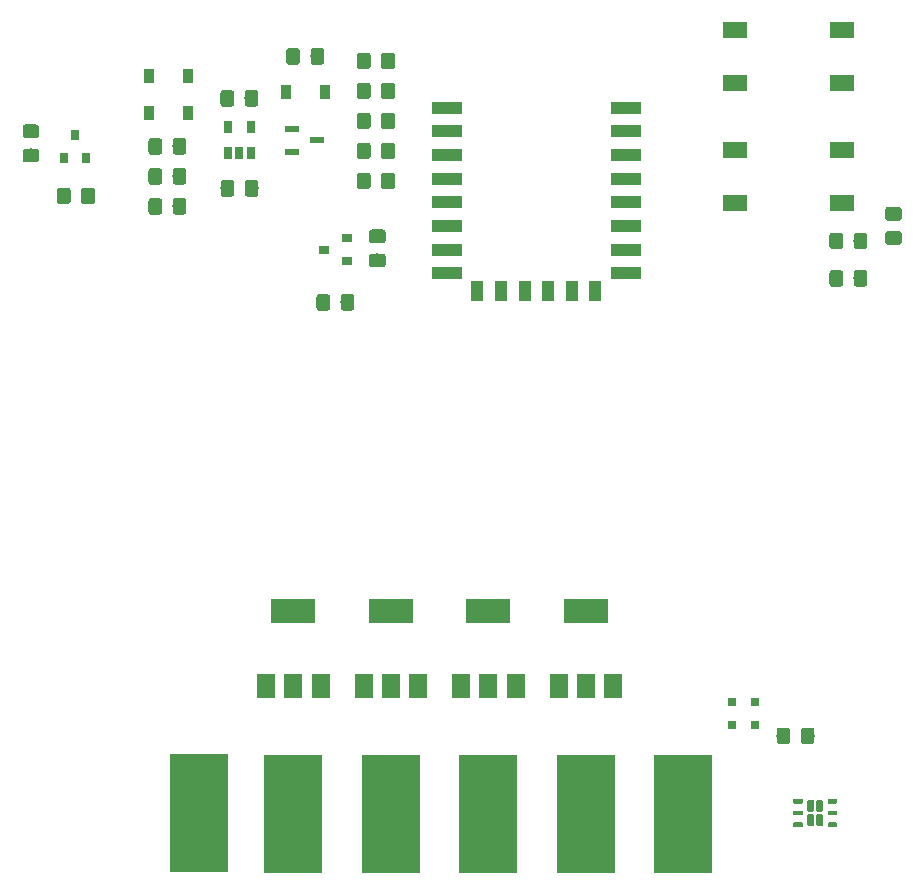
<source format=gbr>
G04 #@! TF.GenerationSoftware,KiCad,Pcbnew,5.0.2-1.fc29*
G04 #@! TF.CreationDate,2019-01-19T16:06:19+01:00*
G04 #@! TF.ProjectId,esp8266,65737038-3236-4362-9e6b-696361645f70,rev?*
G04 #@! TF.SameCoordinates,Original*
G04 #@! TF.FileFunction,Paste,Top*
G04 #@! TF.FilePolarity,Positive*
%FSLAX46Y46*%
G04 Gerber Fmt 4.6, Leading zero omitted, Abs format (unit mm)*
G04 Created by KiCad (PCBNEW 5.0.2-1.fc29) date Sat 19 Jan 2019 04:06:19 PM CET*
%MOMM*%
%LPD*%
G01*
G04 APERTURE LIST*
%ADD10C,0.100000*%
%ADD11C,1.150000*%
%ADD12R,5.000000X10.000000*%
%ADD13R,1.500000X2.000000*%
%ADD14R,3.800000X2.000000*%
%ADD15R,1.300000X0.600000*%
%ADD16R,0.900000X1.200000*%
%ADD17R,0.650000X1.060000*%
%ADD18R,0.900000X0.800000*%
%ADD19R,2.500000X1.000000*%
%ADD20R,1.000000X1.800000*%
%ADD21C,0.400000*%
%ADD22C,0.600000*%
%ADD23R,2.100000X1.400000*%
%ADD24R,0.800000X0.900000*%
%ADD25R,0.640000X0.640000*%
G04 APERTURE END LIST*
D10*
G04 #@! TO.C,C9*
G36*
X151099506Y-123601204D02*
X151123774Y-123604804D01*
X151147573Y-123610765D01*
X151170672Y-123619030D01*
X151192851Y-123629520D01*
X151213894Y-123642132D01*
X151233600Y-123656747D01*
X151251778Y-123673223D01*
X151268254Y-123691401D01*
X151282869Y-123711107D01*
X151295481Y-123732150D01*
X151305971Y-123754329D01*
X151314236Y-123777428D01*
X151320197Y-123801227D01*
X151323797Y-123825495D01*
X151325001Y-123849999D01*
X151325001Y-124750001D01*
X151323797Y-124774505D01*
X151320197Y-124798773D01*
X151314236Y-124822572D01*
X151305971Y-124845671D01*
X151295481Y-124867850D01*
X151282869Y-124888893D01*
X151268254Y-124908599D01*
X151251778Y-124926777D01*
X151233600Y-124943253D01*
X151213894Y-124957868D01*
X151192851Y-124970480D01*
X151170672Y-124980970D01*
X151147573Y-124989235D01*
X151123774Y-124995196D01*
X151099506Y-124998796D01*
X151075002Y-125000000D01*
X150425000Y-125000000D01*
X150400496Y-124998796D01*
X150376228Y-124995196D01*
X150352429Y-124989235D01*
X150329330Y-124980970D01*
X150307151Y-124970480D01*
X150286108Y-124957868D01*
X150266402Y-124943253D01*
X150248224Y-124926777D01*
X150231748Y-124908599D01*
X150217133Y-124888893D01*
X150204521Y-124867850D01*
X150194031Y-124845671D01*
X150185766Y-124822572D01*
X150179805Y-124798773D01*
X150176205Y-124774505D01*
X150175001Y-124750001D01*
X150175001Y-123849999D01*
X150176205Y-123825495D01*
X150179805Y-123801227D01*
X150185766Y-123777428D01*
X150194031Y-123754329D01*
X150204521Y-123732150D01*
X150217133Y-123711107D01*
X150231748Y-123691401D01*
X150248224Y-123673223D01*
X150266402Y-123656747D01*
X150286108Y-123642132D01*
X150307151Y-123629520D01*
X150329330Y-123619030D01*
X150352429Y-123610765D01*
X150376228Y-123604804D01*
X150400496Y-123601204D01*
X150425000Y-123600000D01*
X151075002Y-123600000D01*
X151099506Y-123601204D01*
X151099506Y-123601204D01*
G37*
D11*
X150750001Y-124300000D03*
D10*
G36*
X149049506Y-123601204D02*
X149073774Y-123604804D01*
X149097573Y-123610765D01*
X149120672Y-123619030D01*
X149142851Y-123629520D01*
X149163894Y-123642132D01*
X149183600Y-123656747D01*
X149201778Y-123673223D01*
X149218254Y-123691401D01*
X149232869Y-123711107D01*
X149245481Y-123732150D01*
X149255971Y-123754329D01*
X149264236Y-123777428D01*
X149270197Y-123801227D01*
X149273797Y-123825495D01*
X149275001Y-123849999D01*
X149275001Y-124750001D01*
X149273797Y-124774505D01*
X149270197Y-124798773D01*
X149264236Y-124822572D01*
X149255971Y-124845671D01*
X149245481Y-124867850D01*
X149232869Y-124888893D01*
X149218254Y-124908599D01*
X149201778Y-124926777D01*
X149183600Y-124943253D01*
X149163894Y-124957868D01*
X149142851Y-124970480D01*
X149120672Y-124980970D01*
X149097573Y-124989235D01*
X149073774Y-124995196D01*
X149049506Y-124998796D01*
X149025002Y-125000000D01*
X148375000Y-125000000D01*
X148350496Y-124998796D01*
X148326228Y-124995196D01*
X148302429Y-124989235D01*
X148279330Y-124980970D01*
X148257151Y-124970480D01*
X148236108Y-124957868D01*
X148216402Y-124943253D01*
X148198224Y-124926777D01*
X148181748Y-124908599D01*
X148167133Y-124888893D01*
X148154521Y-124867850D01*
X148144031Y-124845671D01*
X148135766Y-124822572D01*
X148129805Y-124798773D01*
X148126205Y-124774505D01*
X148125001Y-124750001D01*
X148125001Y-123849999D01*
X148126205Y-123825495D01*
X148129805Y-123801227D01*
X148135766Y-123777428D01*
X148144031Y-123754329D01*
X148154521Y-123732150D01*
X148167133Y-123711107D01*
X148181748Y-123691401D01*
X148198224Y-123673223D01*
X148216402Y-123656747D01*
X148236108Y-123642132D01*
X148257151Y-123629520D01*
X148279330Y-123619030D01*
X148302429Y-123610765D01*
X148326228Y-123604804D01*
X148350496Y-123601204D01*
X148375000Y-123600000D01*
X149025002Y-123600000D01*
X149049506Y-123601204D01*
X149049506Y-123601204D01*
G37*
D11*
X148700001Y-124300000D03*
G04 #@! TD*
D10*
G04 #@! TO.C,C8*
G36*
X158484505Y-79521204D02*
X158508773Y-79524804D01*
X158532572Y-79530765D01*
X158555671Y-79539030D01*
X158577850Y-79549520D01*
X158598893Y-79562132D01*
X158618599Y-79576747D01*
X158636777Y-79593223D01*
X158653253Y-79611401D01*
X158667868Y-79631107D01*
X158680480Y-79652150D01*
X158690970Y-79674329D01*
X158699235Y-79697428D01*
X158705196Y-79721227D01*
X158708796Y-79745495D01*
X158710000Y-79769999D01*
X158710000Y-80420001D01*
X158708796Y-80444505D01*
X158705196Y-80468773D01*
X158699235Y-80492572D01*
X158690970Y-80515671D01*
X158680480Y-80537850D01*
X158667868Y-80558893D01*
X158653253Y-80578599D01*
X158636777Y-80596777D01*
X158618599Y-80613253D01*
X158598893Y-80627868D01*
X158577850Y-80640480D01*
X158555671Y-80650970D01*
X158532572Y-80659235D01*
X158508773Y-80665196D01*
X158484505Y-80668796D01*
X158460001Y-80670000D01*
X157559999Y-80670000D01*
X157535495Y-80668796D01*
X157511227Y-80665196D01*
X157487428Y-80659235D01*
X157464329Y-80650970D01*
X157442150Y-80640480D01*
X157421107Y-80627868D01*
X157401401Y-80613253D01*
X157383223Y-80596777D01*
X157366747Y-80578599D01*
X157352132Y-80558893D01*
X157339520Y-80537850D01*
X157329030Y-80515671D01*
X157320765Y-80492572D01*
X157314804Y-80468773D01*
X157311204Y-80444505D01*
X157310000Y-80420001D01*
X157310000Y-79769999D01*
X157311204Y-79745495D01*
X157314804Y-79721227D01*
X157320765Y-79697428D01*
X157329030Y-79674329D01*
X157339520Y-79652150D01*
X157352132Y-79631107D01*
X157366747Y-79611401D01*
X157383223Y-79593223D01*
X157401401Y-79576747D01*
X157421107Y-79562132D01*
X157442150Y-79549520D01*
X157464329Y-79539030D01*
X157487428Y-79530765D01*
X157511227Y-79524804D01*
X157535495Y-79521204D01*
X157559999Y-79520000D01*
X158460001Y-79520000D01*
X158484505Y-79521204D01*
X158484505Y-79521204D01*
G37*
D11*
X158010000Y-80095000D03*
D10*
G36*
X158484505Y-81571204D02*
X158508773Y-81574804D01*
X158532572Y-81580765D01*
X158555671Y-81589030D01*
X158577850Y-81599520D01*
X158598893Y-81612132D01*
X158618599Y-81626747D01*
X158636777Y-81643223D01*
X158653253Y-81661401D01*
X158667868Y-81681107D01*
X158680480Y-81702150D01*
X158690970Y-81724329D01*
X158699235Y-81747428D01*
X158705196Y-81771227D01*
X158708796Y-81795495D01*
X158710000Y-81819999D01*
X158710000Y-82470001D01*
X158708796Y-82494505D01*
X158705196Y-82518773D01*
X158699235Y-82542572D01*
X158690970Y-82565671D01*
X158680480Y-82587850D01*
X158667868Y-82608893D01*
X158653253Y-82628599D01*
X158636777Y-82646777D01*
X158618599Y-82663253D01*
X158598893Y-82677868D01*
X158577850Y-82690480D01*
X158555671Y-82700970D01*
X158532572Y-82709235D01*
X158508773Y-82715196D01*
X158484505Y-82718796D01*
X158460001Y-82720000D01*
X157559999Y-82720000D01*
X157535495Y-82718796D01*
X157511227Y-82715196D01*
X157487428Y-82709235D01*
X157464329Y-82700970D01*
X157442150Y-82690480D01*
X157421107Y-82677868D01*
X157401401Y-82663253D01*
X157383223Y-82646777D01*
X157366747Y-82628599D01*
X157352132Y-82608893D01*
X157339520Y-82587850D01*
X157329030Y-82565671D01*
X157320765Y-82542572D01*
X157314804Y-82518773D01*
X157311204Y-82494505D01*
X157310000Y-82470001D01*
X157310000Y-81819999D01*
X157311204Y-81795495D01*
X157314804Y-81771227D01*
X157320765Y-81747428D01*
X157329030Y-81724329D01*
X157339520Y-81702150D01*
X157352132Y-81681107D01*
X157366747Y-81661401D01*
X157383223Y-81643223D01*
X157401401Y-81626747D01*
X157421107Y-81612132D01*
X157442150Y-81599520D01*
X157464329Y-81589030D01*
X157487428Y-81580765D01*
X157511227Y-81574804D01*
X157535495Y-81571204D01*
X157559999Y-81570000D01*
X158460001Y-81570000D01*
X158484505Y-81571204D01*
X158484505Y-81571204D01*
G37*
D11*
X158010000Y-82145000D03*
G04 #@! TD*
D12*
G04 #@! TO.C,J14*
X99190001Y-130845001D03*
G04 #@! TD*
D10*
G04 #@! TO.C,C1*
G36*
X109591505Y-66070204D02*
X109615773Y-66073804D01*
X109639572Y-66079765D01*
X109662671Y-66088030D01*
X109684850Y-66098520D01*
X109705893Y-66111132D01*
X109725599Y-66125747D01*
X109743777Y-66142223D01*
X109760253Y-66160401D01*
X109774868Y-66180107D01*
X109787480Y-66201150D01*
X109797970Y-66223329D01*
X109806235Y-66246428D01*
X109812196Y-66270227D01*
X109815796Y-66294495D01*
X109817000Y-66318999D01*
X109817000Y-67219001D01*
X109815796Y-67243505D01*
X109812196Y-67267773D01*
X109806235Y-67291572D01*
X109797970Y-67314671D01*
X109787480Y-67336850D01*
X109774868Y-67357893D01*
X109760253Y-67377599D01*
X109743777Y-67395777D01*
X109725599Y-67412253D01*
X109705893Y-67426868D01*
X109684850Y-67439480D01*
X109662671Y-67449970D01*
X109639572Y-67458235D01*
X109615773Y-67464196D01*
X109591505Y-67467796D01*
X109567001Y-67469000D01*
X108916999Y-67469000D01*
X108892495Y-67467796D01*
X108868227Y-67464196D01*
X108844428Y-67458235D01*
X108821329Y-67449970D01*
X108799150Y-67439480D01*
X108778107Y-67426868D01*
X108758401Y-67412253D01*
X108740223Y-67395777D01*
X108723747Y-67377599D01*
X108709132Y-67357893D01*
X108696520Y-67336850D01*
X108686030Y-67314671D01*
X108677765Y-67291572D01*
X108671804Y-67267773D01*
X108668204Y-67243505D01*
X108667000Y-67219001D01*
X108667000Y-66318999D01*
X108668204Y-66294495D01*
X108671804Y-66270227D01*
X108677765Y-66246428D01*
X108686030Y-66223329D01*
X108696520Y-66201150D01*
X108709132Y-66180107D01*
X108723747Y-66160401D01*
X108740223Y-66142223D01*
X108758401Y-66125747D01*
X108778107Y-66111132D01*
X108799150Y-66098520D01*
X108821329Y-66088030D01*
X108844428Y-66079765D01*
X108868227Y-66073804D01*
X108892495Y-66070204D01*
X108916999Y-66069000D01*
X109567001Y-66069000D01*
X109591505Y-66070204D01*
X109591505Y-66070204D01*
G37*
D11*
X109242000Y-66769000D03*
D10*
G36*
X107541505Y-66070204D02*
X107565773Y-66073804D01*
X107589572Y-66079765D01*
X107612671Y-66088030D01*
X107634850Y-66098520D01*
X107655893Y-66111132D01*
X107675599Y-66125747D01*
X107693777Y-66142223D01*
X107710253Y-66160401D01*
X107724868Y-66180107D01*
X107737480Y-66201150D01*
X107747970Y-66223329D01*
X107756235Y-66246428D01*
X107762196Y-66270227D01*
X107765796Y-66294495D01*
X107767000Y-66318999D01*
X107767000Y-67219001D01*
X107765796Y-67243505D01*
X107762196Y-67267773D01*
X107756235Y-67291572D01*
X107747970Y-67314671D01*
X107737480Y-67336850D01*
X107724868Y-67357893D01*
X107710253Y-67377599D01*
X107693777Y-67395777D01*
X107675599Y-67412253D01*
X107655893Y-67426868D01*
X107634850Y-67439480D01*
X107612671Y-67449970D01*
X107589572Y-67458235D01*
X107565773Y-67464196D01*
X107541505Y-67467796D01*
X107517001Y-67469000D01*
X106866999Y-67469000D01*
X106842495Y-67467796D01*
X106818227Y-67464196D01*
X106794428Y-67458235D01*
X106771329Y-67449970D01*
X106749150Y-67439480D01*
X106728107Y-67426868D01*
X106708401Y-67412253D01*
X106690223Y-67395777D01*
X106673747Y-67377599D01*
X106659132Y-67357893D01*
X106646520Y-67336850D01*
X106636030Y-67314671D01*
X106627765Y-67291572D01*
X106621804Y-67267773D01*
X106618204Y-67243505D01*
X106617000Y-67219001D01*
X106617000Y-66318999D01*
X106618204Y-66294495D01*
X106621804Y-66270227D01*
X106627765Y-66246428D01*
X106636030Y-66223329D01*
X106646520Y-66201150D01*
X106659132Y-66180107D01*
X106673747Y-66160401D01*
X106690223Y-66142223D01*
X106708401Y-66125747D01*
X106728107Y-66111132D01*
X106749150Y-66098520D01*
X106771329Y-66088030D01*
X106794428Y-66079765D01*
X106818227Y-66073804D01*
X106842495Y-66070204D01*
X106866999Y-66069000D01*
X107517001Y-66069000D01*
X107541505Y-66070204D01*
X107541505Y-66070204D01*
G37*
D11*
X107192000Y-66769000D03*
G04 #@! TD*
D12*
G04 #@! TO.C,J9*
X140230000Y-130885000D03*
G04 #@! TD*
G04 #@! TO.C,J10*
X115465000Y-130885000D03*
G04 #@! TD*
G04 #@! TO.C,J11*
X123720000Y-130885000D03*
G04 #@! TD*
G04 #@! TO.C,J12*
X131975000Y-130885000D03*
G04 #@! TD*
G04 #@! TO.C,J8*
X107210000Y-130885000D03*
G04 #@! TD*
D13*
G04 #@! TO.C,Q2*
X113165000Y-120065000D03*
X117765000Y-120065000D03*
X115465000Y-120065000D03*
D14*
X115465000Y-113765000D03*
G04 #@! TD*
D13*
G04 #@! TO.C,Q3*
X121420000Y-120065000D03*
X126020000Y-120065000D03*
X123720000Y-120065000D03*
D14*
X123720000Y-113765000D03*
G04 #@! TD*
D13*
G04 #@! TO.C,Q4*
X129675000Y-120065000D03*
X134275000Y-120065000D03*
X131975000Y-120065000D03*
D14*
X131975000Y-113765000D03*
G04 #@! TD*
D13*
G04 #@! TO.C,Q1*
X104910000Y-120065000D03*
X109510000Y-120065000D03*
X107210000Y-120065000D03*
D14*
X107210000Y-113765000D03*
G04 #@! TD*
D10*
G04 #@! TO.C,C2*
G36*
X101971505Y-77246204D02*
X101995773Y-77249804D01*
X102019572Y-77255765D01*
X102042671Y-77264030D01*
X102064850Y-77274520D01*
X102085893Y-77287132D01*
X102105599Y-77301747D01*
X102123777Y-77318223D01*
X102140253Y-77336401D01*
X102154868Y-77356107D01*
X102167480Y-77377150D01*
X102177970Y-77399329D01*
X102186235Y-77422428D01*
X102192196Y-77446227D01*
X102195796Y-77470495D01*
X102197000Y-77494999D01*
X102197000Y-78395001D01*
X102195796Y-78419505D01*
X102192196Y-78443773D01*
X102186235Y-78467572D01*
X102177970Y-78490671D01*
X102167480Y-78512850D01*
X102154868Y-78533893D01*
X102140253Y-78553599D01*
X102123777Y-78571777D01*
X102105599Y-78588253D01*
X102085893Y-78602868D01*
X102064850Y-78615480D01*
X102042671Y-78625970D01*
X102019572Y-78634235D01*
X101995773Y-78640196D01*
X101971505Y-78643796D01*
X101947001Y-78645000D01*
X101296999Y-78645000D01*
X101272495Y-78643796D01*
X101248227Y-78640196D01*
X101224428Y-78634235D01*
X101201329Y-78625970D01*
X101179150Y-78615480D01*
X101158107Y-78602868D01*
X101138401Y-78588253D01*
X101120223Y-78571777D01*
X101103747Y-78553599D01*
X101089132Y-78533893D01*
X101076520Y-78512850D01*
X101066030Y-78490671D01*
X101057765Y-78467572D01*
X101051804Y-78443773D01*
X101048204Y-78419505D01*
X101047000Y-78395001D01*
X101047000Y-77494999D01*
X101048204Y-77470495D01*
X101051804Y-77446227D01*
X101057765Y-77422428D01*
X101066030Y-77399329D01*
X101076520Y-77377150D01*
X101089132Y-77356107D01*
X101103747Y-77336401D01*
X101120223Y-77318223D01*
X101138401Y-77301747D01*
X101158107Y-77287132D01*
X101179150Y-77274520D01*
X101201329Y-77264030D01*
X101224428Y-77255765D01*
X101248227Y-77249804D01*
X101272495Y-77246204D01*
X101296999Y-77245000D01*
X101947001Y-77245000D01*
X101971505Y-77246204D01*
X101971505Y-77246204D01*
G37*
D11*
X101622000Y-77945000D03*
D10*
G36*
X104021505Y-77246204D02*
X104045773Y-77249804D01*
X104069572Y-77255765D01*
X104092671Y-77264030D01*
X104114850Y-77274520D01*
X104135893Y-77287132D01*
X104155599Y-77301747D01*
X104173777Y-77318223D01*
X104190253Y-77336401D01*
X104204868Y-77356107D01*
X104217480Y-77377150D01*
X104227970Y-77399329D01*
X104236235Y-77422428D01*
X104242196Y-77446227D01*
X104245796Y-77470495D01*
X104247000Y-77494999D01*
X104247000Y-78395001D01*
X104245796Y-78419505D01*
X104242196Y-78443773D01*
X104236235Y-78467572D01*
X104227970Y-78490671D01*
X104217480Y-78512850D01*
X104204868Y-78533893D01*
X104190253Y-78553599D01*
X104173777Y-78571777D01*
X104155599Y-78588253D01*
X104135893Y-78602868D01*
X104114850Y-78615480D01*
X104092671Y-78625970D01*
X104069572Y-78634235D01*
X104045773Y-78640196D01*
X104021505Y-78643796D01*
X103997001Y-78645000D01*
X103346999Y-78645000D01*
X103322495Y-78643796D01*
X103298227Y-78640196D01*
X103274428Y-78634235D01*
X103251329Y-78625970D01*
X103229150Y-78615480D01*
X103208107Y-78602868D01*
X103188401Y-78588253D01*
X103170223Y-78571777D01*
X103153747Y-78553599D01*
X103139132Y-78533893D01*
X103126520Y-78512850D01*
X103116030Y-78490671D01*
X103107765Y-78467572D01*
X103101804Y-78443773D01*
X103098204Y-78419505D01*
X103097000Y-78395001D01*
X103097000Y-77494999D01*
X103098204Y-77470495D01*
X103101804Y-77446227D01*
X103107765Y-77422428D01*
X103116030Y-77399329D01*
X103126520Y-77377150D01*
X103139132Y-77356107D01*
X103153747Y-77336401D01*
X103170223Y-77318223D01*
X103188401Y-77301747D01*
X103208107Y-77287132D01*
X103229150Y-77274520D01*
X103251329Y-77264030D01*
X103274428Y-77255765D01*
X103298227Y-77249804D01*
X103322495Y-77246204D01*
X103346999Y-77245000D01*
X103997001Y-77245000D01*
X104021505Y-77246204D01*
X104021505Y-77246204D01*
G37*
D11*
X103672000Y-77945000D03*
G04 #@! TD*
D10*
G04 #@! TO.C,C3*
G36*
X113519505Y-68991204D02*
X113543773Y-68994804D01*
X113567572Y-69000765D01*
X113590671Y-69009030D01*
X113612850Y-69019520D01*
X113633893Y-69032132D01*
X113653599Y-69046747D01*
X113671777Y-69063223D01*
X113688253Y-69081401D01*
X113702868Y-69101107D01*
X113715480Y-69122150D01*
X113725970Y-69144329D01*
X113734235Y-69167428D01*
X113740196Y-69191227D01*
X113743796Y-69215495D01*
X113745000Y-69239999D01*
X113745000Y-70140001D01*
X113743796Y-70164505D01*
X113740196Y-70188773D01*
X113734235Y-70212572D01*
X113725970Y-70235671D01*
X113715480Y-70257850D01*
X113702868Y-70278893D01*
X113688253Y-70298599D01*
X113671777Y-70316777D01*
X113653599Y-70333253D01*
X113633893Y-70347868D01*
X113612850Y-70360480D01*
X113590671Y-70370970D01*
X113567572Y-70379235D01*
X113543773Y-70385196D01*
X113519505Y-70388796D01*
X113495001Y-70390000D01*
X112844999Y-70390000D01*
X112820495Y-70388796D01*
X112796227Y-70385196D01*
X112772428Y-70379235D01*
X112749329Y-70370970D01*
X112727150Y-70360480D01*
X112706107Y-70347868D01*
X112686401Y-70333253D01*
X112668223Y-70316777D01*
X112651747Y-70298599D01*
X112637132Y-70278893D01*
X112624520Y-70257850D01*
X112614030Y-70235671D01*
X112605765Y-70212572D01*
X112599804Y-70188773D01*
X112596204Y-70164505D01*
X112595000Y-70140001D01*
X112595000Y-69239999D01*
X112596204Y-69215495D01*
X112599804Y-69191227D01*
X112605765Y-69167428D01*
X112614030Y-69144329D01*
X112624520Y-69122150D01*
X112637132Y-69101107D01*
X112651747Y-69081401D01*
X112668223Y-69063223D01*
X112686401Y-69046747D01*
X112706107Y-69032132D01*
X112727150Y-69019520D01*
X112749329Y-69009030D01*
X112772428Y-69000765D01*
X112796227Y-68994804D01*
X112820495Y-68991204D01*
X112844999Y-68990000D01*
X113495001Y-68990000D01*
X113519505Y-68991204D01*
X113519505Y-68991204D01*
G37*
D11*
X113170000Y-69690000D03*
D10*
G36*
X115569505Y-68991204D02*
X115593773Y-68994804D01*
X115617572Y-69000765D01*
X115640671Y-69009030D01*
X115662850Y-69019520D01*
X115683893Y-69032132D01*
X115703599Y-69046747D01*
X115721777Y-69063223D01*
X115738253Y-69081401D01*
X115752868Y-69101107D01*
X115765480Y-69122150D01*
X115775970Y-69144329D01*
X115784235Y-69167428D01*
X115790196Y-69191227D01*
X115793796Y-69215495D01*
X115795000Y-69239999D01*
X115795000Y-70140001D01*
X115793796Y-70164505D01*
X115790196Y-70188773D01*
X115784235Y-70212572D01*
X115775970Y-70235671D01*
X115765480Y-70257850D01*
X115752868Y-70278893D01*
X115738253Y-70298599D01*
X115721777Y-70316777D01*
X115703599Y-70333253D01*
X115683893Y-70347868D01*
X115662850Y-70360480D01*
X115640671Y-70370970D01*
X115617572Y-70379235D01*
X115593773Y-70385196D01*
X115569505Y-70388796D01*
X115545001Y-70390000D01*
X114894999Y-70390000D01*
X114870495Y-70388796D01*
X114846227Y-70385196D01*
X114822428Y-70379235D01*
X114799329Y-70370970D01*
X114777150Y-70360480D01*
X114756107Y-70347868D01*
X114736401Y-70333253D01*
X114718223Y-70316777D01*
X114701747Y-70298599D01*
X114687132Y-70278893D01*
X114674520Y-70257850D01*
X114664030Y-70235671D01*
X114655765Y-70212572D01*
X114649804Y-70188773D01*
X114646204Y-70164505D01*
X114645000Y-70140001D01*
X114645000Y-69239999D01*
X114646204Y-69215495D01*
X114649804Y-69191227D01*
X114655765Y-69167428D01*
X114664030Y-69144329D01*
X114674520Y-69122150D01*
X114687132Y-69101107D01*
X114701747Y-69081401D01*
X114718223Y-69063223D01*
X114736401Y-69046747D01*
X114756107Y-69032132D01*
X114777150Y-69019520D01*
X114799329Y-69009030D01*
X114822428Y-69000765D01*
X114846227Y-68994804D01*
X114870495Y-68991204D01*
X114894999Y-68990000D01*
X115545001Y-68990000D01*
X115569505Y-68991204D01*
X115569505Y-68991204D01*
G37*
D11*
X115220000Y-69690000D03*
G04 #@! TD*
D10*
G04 #@! TO.C,C4*
G36*
X110090505Y-86898204D02*
X110114773Y-86901804D01*
X110138572Y-86907765D01*
X110161671Y-86916030D01*
X110183850Y-86926520D01*
X110204893Y-86939132D01*
X110224599Y-86953747D01*
X110242777Y-86970223D01*
X110259253Y-86988401D01*
X110273868Y-87008107D01*
X110286480Y-87029150D01*
X110296970Y-87051329D01*
X110305235Y-87074428D01*
X110311196Y-87098227D01*
X110314796Y-87122495D01*
X110316000Y-87146999D01*
X110316000Y-88047001D01*
X110314796Y-88071505D01*
X110311196Y-88095773D01*
X110305235Y-88119572D01*
X110296970Y-88142671D01*
X110286480Y-88164850D01*
X110273868Y-88185893D01*
X110259253Y-88205599D01*
X110242777Y-88223777D01*
X110224599Y-88240253D01*
X110204893Y-88254868D01*
X110183850Y-88267480D01*
X110161671Y-88277970D01*
X110138572Y-88286235D01*
X110114773Y-88292196D01*
X110090505Y-88295796D01*
X110066001Y-88297000D01*
X109415999Y-88297000D01*
X109391495Y-88295796D01*
X109367227Y-88292196D01*
X109343428Y-88286235D01*
X109320329Y-88277970D01*
X109298150Y-88267480D01*
X109277107Y-88254868D01*
X109257401Y-88240253D01*
X109239223Y-88223777D01*
X109222747Y-88205599D01*
X109208132Y-88185893D01*
X109195520Y-88164850D01*
X109185030Y-88142671D01*
X109176765Y-88119572D01*
X109170804Y-88095773D01*
X109167204Y-88071505D01*
X109166000Y-88047001D01*
X109166000Y-87146999D01*
X109167204Y-87122495D01*
X109170804Y-87098227D01*
X109176765Y-87074428D01*
X109185030Y-87051329D01*
X109195520Y-87029150D01*
X109208132Y-87008107D01*
X109222747Y-86988401D01*
X109239223Y-86970223D01*
X109257401Y-86953747D01*
X109277107Y-86939132D01*
X109298150Y-86926520D01*
X109320329Y-86916030D01*
X109343428Y-86907765D01*
X109367227Y-86901804D01*
X109391495Y-86898204D01*
X109415999Y-86897000D01*
X110066001Y-86897000D01*
X110090505Y-86898204D01*
X110090505Y-86898204D01*
G37*
D11*
X109741000Y-87597000D03*
D10*
G36*
X112140505Y-86898204D02*
X112164773Y-86901804D01*
X112188572Y-86907765D01*
X112211671Y-86916030D01*
X112233850Y-86926520D01*
X112254893Y-86939132D01*
X112274599Y-86953747D01*
X112292777Y-86970223D01*
X112309253Y-86988401D01*
X112323868Y-87008107D01*
X112336480Y-87029150D01*
X112346970Y-87051329D01*
X112355235Y-87074428D01*
X112361196Y-87098227D01*
X112364796Y-87122495D01*
X112366000Y-87146999D01*
X112366000Y-88047001D01*
X112364796Y-88071505D01*
X112361196Y-88095773D01*
X112355235Y-88119572D01*
X112346970Y-88142671D01*
X112336480Y-88164850D01*
X112323868Y-88185893D01*
X112309253Y-88205599D01*
X112292777Y-88223777D01*
X112274599Y-88240253D01*
X112254893Y-88254868D01*
X112233850Y-88267480D01*
X112211671Y-88277970D01*
X112188572Y-88286235D01*
X112164773Y-88292196D01*
X112140505Y-88295796D01*
X112116001Y-88297000D01*
X111465999Y-88297000D01*
X111441495Y-88295796D01*
X111417227Y-88292196D01*
X111393428Y-88286235D01*
X111370329Y-88277970D01*
X111348150Y-88267480D01*
X111327107Y-88254868D01*
X111307401Y-88240253D01*
X111289223Y-88223777D01*
X111272747Y-88205599D01*
X111258132Y-88185893D01*
X111245520Y-88164850D01*
X111235030Y-88142671D01*
X111226765Y-88119572D01*
X111220804Y-88095773D01*
X111217204Y-88071505D01*
X111216000Y-88047001D01*
X111216000Y-87146999D01*
X111217204Y-87122495D01*
X111220804Y-87098227D01*
X111226765Y-87074428D01*
X111235030Y-87051329D01*
X111245520Y-87029150D01*
X111258132Y-87008107D01*
X111272747Y-86988401D01*
X111289223Y-86970223D01*
X111307401Y-86953747D01*
X111327107Y-86939132D01*
X111348150Y-86926520D01*
X111370329Y-86916030D01*
X111393428Y-86907765D01*
X111417227Y-86901804D01*
X111441495Y-86898204D01*
X111465999Y-86897000D01*
X112116001Y-86897000D01*
X112140505Y-86898204D01*
X112140505Y-86898204D01*
G37*
D11*
X111791000Y-87597000D03*
G04 #@! TD*
D10*
G04 #@! TO.C,C5*
G36*
X114796505Y-81426204D02*
X114820773Y-81429804D01*
X114844572Y-81435765D01*
X114867671Y-81444030D01*
X114889850Y-81454520D01*
X114910893Y-81467132D01*
X114930599Y-81481747D01*
X114948777Y-81498223D01*
X114965253Y-81516401D01*
X114979868Y-81536107D01*
X114992480Y-81557150D01*
X115002970Y-81579329D01*
X115011235Y-81602428D01*
X115017196Y-81626227D01*
X115020796Y-81650495D01*
X115022000Y-81674999D01*
X115022000Y-82325001D01*
X115020796Y-82349505D01*
X115017196Y-82373773D01*
X115011235Y-82397572D01*
X115002970Y-82420671D01*
X114992480Y-82442850D01*
X114979868Y-82463893D01*
X114965253Y-82483599D01*
X114948777Y-82501777D01*
X114930599Y-82518253D01*
X114910893Y-82532868D01*
X114889850Y-82545480D01*
X114867671Y-82555970D01*
X114844572Y-82564235D01*
X114820773Y-82570196D01*
X114796505Y-82573796D01*
X114772001Y-82575000D01*
X113871999Y-82575000D01*
X113847495Y-82573796D01*
X113823227Y-82570196D01*
X113799428Y-82564235D01*
X113776329Y-82555970D01*
X113754150Y-82545480D01*
X113733107Y-82532868D01*
X113713401Y-82518253D01*
X113695223Y-82501777D01*
X113678747Y-82483599D01*
X113664132Y-82463893D01*
X113651520Y-82442850D01*
X113641030Y-82420671D01*
X113632765Y-82397572D01*
X113626804Y-82373773D01*
X113623204Y-82349505D01*
X113622000Y-82325001D01*
X113622000Y-81674999D01*
X113623204Y-81650495D01*
X113626804Y-81626227D01*
X113632765Y-81602428D01*
X113641030Y-81579329D01*
X113651520Y-81557150D01*
X113664132Y-81536107D01*
X113678747Y-81516401D01*
X113695223Y-81498223D01*
X113713401Y-81481747D01*
X113733107Y-81467132D01*
X113754150Y-81454520D01*
X113776329Y-81444030D01*
X113799428Y-81435765D01*
X113823227Y-81429804D01*
X113847495Y-81426204D01*
X113871999Y-81425000D01*
X114772001Y-81425000D01*
X114796505Y-81426204D01*
X114796505Y-81426204D01*
G37*
D11*
X114322000Y-82000000D03*
D10*
G36*
X114796505Y-83476204D02*
X114820773Y-83479804D01*
X114844572Y-83485765D01*
X114867671Y-83494030D01*
X114889850Y-83504520D01*
X114910893Y-83517132D01*
X114930599Y-83531747D01*
X114948777Y-83548223D01*
X114965253Y-83566401D01*
X114979868Y-83586107D01*
X114992480Y-83607150D01*
X115002970Y-83629329D01*
X115011235Y-83652428D01*
X115017196Y-83676227D01*
X115020796Y-83700495D01*
X115022000Y-83724999D01*
X115022000Y-84375001D01*
X115020796Y-84399505D01*
X115017196Y-84423773D01*
X115011235Y-84447572D01*
X115002970Y-84470671D01*
X114992480Y-84492850D01*
X114979868Y-84513893D01*
X114965253Y-84533599D01*
X114948777Y-84551777D01*
X114930599Y-84568253D01*
X114910893Y-84582868D01*
X114889850Y-84595480D01*
X114867671Y-84605970D01*
X114844572Y-84614235D01*
X114820773Y-84620196D01*
X114796505Y-84623796D01*
X114772001Y-84625000D01*
X113871999Y-84625000D01*
X113847495Y-84623796D01*
X113823227Y-84620196D01*
X113799428Y-84614235D01*
X113776329Y-84605970D01*
X113754150Y-84595480D01*
X113733107Y-84582868D01*
X113713401Y-84568253D01*
X113695223Y-84551777D01*
X113678747Y-84533599D01*
X113664132Y-84513893D01*
X113651520Y-84492850D01*
X113641030Y-84470671D01*
X113632765Y-84447572D01*
X113626804Y-84423773D01*
X113623204Y-84399505D01*
X113622000Y-84375001D01*
X113622000Y-83724999D01*
X113623204Y-83700495D01*
X113626804Y-83676227D01*
X113632765Y-83652428D01*
X113641030Y-83629329D01*
X113651520Y-83607150D01*
X113664132Y-83586107D01*
X113678747Y-83566401D01*
X113695223Y-83548223D01*
X113713401Y-83531747D01*
X113733107Y-83517132D01*
X113754150Y-83504520D01*
X113776329Y-83494030D01*
X113799428Y-83485765D01*
X113823227Y-83479804D01*
X113847495Y-83476204D01*
X113871999Y-83475000D01*
X114772001Y-83475000D01*
X114796505Y-83476204D01*
X114796505Y-83476204D01*
G37*
D11*
X114322000Y-84050000D03*
G04 #@! TD*
D15*
G04 #@! TO.C,D1*
X107100000Y-72931000D03*
X107100000Y-74831000D03*
X109200000Y-73881000D03*
G04 #@! TD*
D16*
G04 #@! TO.C,D2*
X106576000Y-69817000D03*
X109876000Y-69817000D03*
G04 #@! TD*
D10*
G04 #@! TO.C,R1*
G36*
X95866505Y-73690204D02*
X95890773Y-73693804D01*
X95914572Y-73699765D01*
X95937671Y-73708030D01*
X95959850Y-73718520D01*
X95980893Y-73731132D01*
X96000599Y-73745747D01*
X96018777Y-73762223D01*
X96035253Y-73780401D01*
X96049868Y-73800107D01*
X96062480Y-73821150D01*
X96072970Y-73843329D01*
X96081235Y-73866428D01*
X96087196Y-73890227D01*
X96090796Y-73914495D01*
X96092000Y-73938999D01*
X96092000Y-74839001D01*
X96090796Y-74863505D01*
X96087196Y-74887773D01*
X96081235Y-74911572D01*
X96072970Y-74934671D01*
X96062480Y-74956850D01*
X96049868Y-74977893D01*
X96035253Y-74997599D01*
X96018777Y-75015777D01*
X96000599Y-75032253D01*
X95980893Y-75046868D01*
X95959850Y-75059480D01*
X95937671Y-75069970D01*
X95914572Y-75078235D01*
X95890773Y-75084196D01*
X95866505Y-75087796D01*
X95842001Y-75089000D01*
X95191999Y-75089000D01*
X95167495Y-75087796D01*
X95143227Y-75084196D01*
X95119428Y-75078235D01*
X95096329Y-75069970D01*
X95074150Y-75059480D01*
X95053107Y-75046868D01*
X95033401Y-75032253D01*
X95015223Y-75015777D01*
X94998747Y-74997599D01*
X94984132Y-74977893D01*
X94971520Y-74956850D01*
X94961030Y-74934671D01*
X94952765Y-74911572D01*
X94946804Y-74887773D01*
X94943204Y-74863505D01*
X94942000Y-74839001D01*
X94942000Y-73938999D01*
X94943204Y-73914495D01*
X94946804Y-73890227D01*
X94952765Y-73866428D01*
X94961030Y-73843329D01*
X94971520Y-73821150D01*
X94984132Y-73800107D01*
X94998747Y-73780401D01*
X95015223Y-73762223D01*
X95033401Y-73745747D01*
X95053107Y-73731132D01*
X95074150Y-73718520D01*
X95096329Y-73708030D01*
X95119428Y-73699765D01*
X95143227Y-73693804D01*
X95167495Y-73690204D01*
X95191999Y-73689000D01*
X95842001Y-73689000D01*
X95866505Y-73690204D01*
X95866505Y-73690204D01*
G37*
D11*
X95517000Y-74389000D03*
D10*
G36*
X97916505Y-73690204D02*
X97940773Y-73693804D01*
X97964572Y-73699765D01*
X97987671Y-73708030D01*
X98009850Y-73718520D01*
X98030893Y-73731132D01*
X98050599Y-73745747D01*
X98068777Y-73762223D01*
X98085253Y-73780401D01*
X98099868Y-73800107D01*
X98112480Y-73821150D01*
X98122970Y-73843329D01*
X98131235Y-73866428D01*
X98137196Y-73890227D01*
X98140796Y-73914495D01*
X98142000Y-73938999D01*
X98142000Y-74839001D01*
X98140796Y-74863505D01*
X98137196Y-74887773D01*
X98131235Y-74911572D01*
X98122970Y-74934671D01*
X98112480Y-74956850D01*
X98099868Y-74977893D01*
X98085253Y-74997599D01*
X98068777Y-75015777D01*
X98050599Y-75032253D01*
X98030893Y-75046868D01*
X98009850Y-75059480D01*
X97987671Y-75069970D01*
X97964572Y-75078235D01*
X97940773Y-75084196D01*
X97916505Y-75087796D01*
X97892001Y-75089000D01*
X97241999Y-75089000D01*
X97217495Y-75087796D01*
X97193227Y-75084196D01*
X97169428Y-75078235D01*
X97146329Y-75069970D01*
X97124150Y-75059480D01*
X97103107Y-75046868D01*
X97083401Y-75032253D01*
X97065223Y-75015777D01*
X97048747Y-74997599D01*
X97034132Y-74977893D01*
X97021520Y-74956850D01*
X97011030Y-74934671D01*
X97002765Y-74911572D01*
X96996804Y-74887773D01*
X96993204Y-74863505D01*
X96992000Y-74839001D01*
X96992000Y-73938999D01*
X96993204Y-73914495D01*
X96996804Y-73890227D01*
X97002765Y-73866428D01*
X97011030Y-73843329D01*
X97021520Y-73821150D01*
X97034132Y-73800107D01*
X97048747Y-73780401D01*
X97065223Y-73762223D01*
X97083401Y-73745747D01*
X97103107Y-73731132D01*
X97124150Y-73718520D01*
X97146329Y-73708030D01*
X97169428Y-73699765D01*
X97193227Y-73693804D01*
X97217495Y-73690204D01*
X97241999Y-73689000D01*
X97892001Y-73689000D01*
X97916505Y-73690204D01*
X97916505Y-73690204D01*
G37*
D11*
X97567000Y-74389000D03*
G04 #@! TD*
D10*
G04 #@! TO.C,R2*
G36*
X104012505Y-69626204D02*
X104036773Y-69629804D01*
X104060572Y-69635765D01*
X104083671Y-69644030D01*
X104105850Y-69654520D01*
X104126893Y-69667132D01*
X104146599Y-69681747D01*
X104164777Y-69698223D01*
X104181253Y-69716401D01*
X104195868Y-69736107D01*
X104208480Y-69757150D01*
X104218970Y-69779329D01*
X104227235Y-69802428D01*
X104233196Y-69826227D01*
X104236796Y-69850495D01*
X104238000Y-69874999D01*
X104238000Y-70775001D01*
X104236796Y-70799505D01*
X104233196Y-70823773D01*
X104227235Y-70847572D01*
X104218970Y-70870671D01*
X104208480Y-70892850D01*
X104195868Y-70913893D01*
X104181253Y-70933599D01*
X104164777Y-70951777D01*
X104146599Y-70968253D01*
X104126893Y-70982868D01*
X104105850Y-70995480D01*
X104083671Y-71005970D01*
X104060572Y-71014235D01*
X104036773Y-71020196D01*
X104012505Y-71023796D01*
X103988001Y-71025000D01*
X103337999Y-71025000D01*
X103313495Y-71023796D01*
X103289227Y-71020196D01*
X103265428Y-71014235D01*
X103242329Y-71005970D01*
X103220150Y-70995480D01*
X103199107Y-70982868D01*
X103179401Y-70968253D01*
X103161223Y-70951777D01*
X103144747Y-70933599D01*
X103130132Y-70913893D01*
X103117520Y-70892850D01*
X103107030Y-70870671D01*
X103098765Y-70847572D01*
X103092804Y-70823773D01*
X103089204Y-70799505D01*
X103088000Y-70775001D01*
X103088000Y-69874999D01*
X103089204Y-69850495D01*
X103092804Y-69826227D01*
X103098765Y-69802428D01*
X103107030Y-69779329D01*
X103117520Y-69757150D01*
X103130132Y-69736107D01*
X103144747Y-69716401D01*
X103161223Y-69698223D01*
X103179401Y-69681747D01*
X103199107Y-69667132D01*
X103220150Y-69654520D01*
X103242329Y-69644030D01*
X103265428Y-69635765D01*
X103289227Y-69629804D01*
X103313495Y-69626204D01*
X103337999Y-69625000D01*
X103988001Y-69625000D01*
X104012505Y-69626204D01*
X104012505Y-69626204D01*
G37*
D11*
X103663000Y-70325000D03*
D10*
G36*
X101962505Y-69626204D02*
X101986773Y-69629804D01*
X102010572Y-69635765D01*
X102033671Y-69644030D01*
X102055850Y-69654520D01*
X102076893Y-69667132D01*
X102096599Y-69681747D01*
X102114777Y-69698223D01*
X102131253Y-69716401D01*
X102145868Y-69736107D01*
X102158480Y-69757150D01*
X102168970Y-69779329D01*
X102177235Y-69802428D01*
X102183196Y-69826227D01*
X102186796Y-69850495D01*
X102188000Y-69874999D01*
X102188000Y-70775001D01*
X102186796Y-70799505D01*
X102183196Y-70823773D01*
X102177235Y-70847572D01*
X102168970Y-70870671D01*
X102158480Y-70892850D01*
X102145868Y-70913893D01*
X102131253Y-70933599D01*
X102114777Y-70951777D01*
X102096599Y-70968253D01*
X102076893Y-70982868D01*
X102055850Y-70995480D01*
X102033671Y-71005970D01*
X102010572Y-71014235D01*
X101986773Y-71020196D01*
X101962505Y-71023796D01*
X101938001Y-71025000D01*
X101287999Y-71025000D01*
X101263495Y-71023796D01*
X101239227Y-71020196D01*
X101215428Y-71014235D01*
X101192329Y-71005970D01*
X101170150Y-70995480D01*
X101149107Y-70982868D01*
X101129401Y-70968253D01*
X101111223Y-70951777D01*
X101094747Y-70933599D01*
X101080132Y-70913893D01*
X101067520Y-70892850D01*
X101057030Y-70870671D01*
X101048765Y-70847572D01*
X101042804Y-70823773D01*
X101039204Y-70799505D01*
X101038000Y-70775001D01*
X101038000Y-69874999D01*
X101039204Y-69850495D01*
X101042804Y-69826227D01*
X101048765Y-69802428D01*
X101057030Y-69779329D01*
X101067520Y-69757150D01*
X101080132Y-69736107D01*
X101094747Y-69716401D01*
X101111223Y-69698223D01*
X101129401Y-69681747D01*
X101149107Y-69667132D01*
X101170150Y-69654520D01*
X101192329Y-69644030D01*
X101215428Y-69635765D01*
X101239227Y-69629804D01*
X101263495Y-69626204D01*
X101287999Y-69625000D01*
X101938001Y-69625000D01*
X101962505Y-69626204D01*
X101962505Y-69626204D01*
G37*
D11*
X101613000Y-70325000D03*
G04 #@! TD*
D10*
G04 #@! TO.C,R3*
G36*
X95866505Y-78770204D02*
X95890773Y-78773804D01*
X95914572Y-78779765D01*
X95937671Y-78788030D01*
X95959850Y-78798520D01*
X95980893Y-78811132D01*
X96000599Y-78825747D01*
X96018777Y-78842223D01*
X96035253Y-78860401D01*
X96049868Y-78880107D01*
X96062480Y-78901150D01*
X96072970Y-78923329D01*
X96081235Y-78946428D01*
X96087196Y-78970227D01*
X96090796Y-78994495D01*
X96092000Y-79018999D01*
X96092000Y-79919001D01*
X96090796Y-79943505D01*
X96087196Y-79967773D01*
X96081235Y-79991572D01*
X96072970Y-80014671D01*
X96062480Y-80036850D01*
X96049868Y-80057893D01*
X96035253Y-80077599D01*
X96018777Y-80095777D01*
X96000599Y-80112253D01*
X95980893Y-80126868D01*
X95959850Y-80139480D01*
X95937671Y-80149970D01*
X95914572Y-80158235D01*
X95890773Y-80164196D01*
X95866505Y-80167796D01*
X95842001Y-80169000D01*
X95191999Y-80169000D01*
X95167495Y-80167796D01*
X95143227Y-80164196D01*
X95119428Y-80158235D01*
X95096329Y-80149970D01*
X95074150Y-80139480D01*
X95053107Y-80126868D01*
X95033401Y-80112253D01*
X95015223Y-80095777D01*
X94998747Y-80077599D01*
X94984132Y-80057893D01*
X94971520Y-80036850D01*
X94961030Y-80014671D01*
X94952765Y-79991572D01*
X94946804Y-79967773D01*
X94943204Y-79943505D01*
X94942000Y-79919001D01*
X94942000Y-79018999D01*
X94943204Y-78994495D01*
X94946804Y-78970227D01*
X94952765Y-78946428D01*
X94961030Y-78923329D01*
X94971520Y-78901150D01*
X94984132Y-78880107D01*
X94998747Y-78860401D01*
X95015223Y-78842223D01*
X95033401Y-78825747D01*
X95053107Y-78811132D01*
X95074150Y-78798520D01*
X95096329Y-78788030D01*
X95119428Y-78779765D01*
X95143227Y-78773804D01*
X95167495Y-78770204D01*
X95191999Y-78769000D01*
X95842001Y-78769000D01*
X95866505Y-78770204D01*
X95866505Y-78770204D01*
G37*
D11*
X95517000Y-79469000D03*
D10*
G36*
X97916505Y-78770204D02*
X97940773Y-78773804D01*
X97964572Y-78779765D01*
X97987671Y-78788030D01*
X98009850Y-78798520D01*
X98030893Y-78811132D01*
X98050599Y-78825747D01*
X98068777Y-78842223D01*
X98085253Y-78860401D01*
X98099868Y-78880107D01*
X98112480Y-78901150D01*
X98122970Y-78923329D01*
X98131235Y-78946428D01*
X98137196Y-78970227D01*
X98140796Y-78994495D01*
X98142000Y-79018999D01*
X98142000Y-79919001D01*
X98140796Y-79943505D01*
X98137196Y-79967773D01*
X98131235Y-79991572D01*
X98122970Y-80014671D01*
X98112480Y-80036850D01*
X98099868Y-80057893D01*
X98085253Y-80077599D01*
X98068777Y-80095777D01*
X98050599Y-80112253D01*
X98030893Y-80126868D01*
X98009850Y-80139480D01*
X97987671Y-80149970D01*
X97964572Y-80158235D01*
X97940773Y-80164196D01*
X97916505Y-80167796D01*
X97892001Y-80169000D01*
X97241999Y-80169000D01*
X97217495Y-80167796D01*
X97193227Y-80164196D01*
X97169428Y-80158235D01*
X97146329Y-80149970D01*
X97124150Y-80139480D01*
X97103107Y-80126868D01*
X97083401Y-80112253D01*
X97065223Y-80095777D01*
X97048747Y-80077599D01*
X97034132Y-80057893D01*
X97021520Y-80036850D01*
X97011030Y-80014671D01*
X97002765Y-79991572D01*
X96996804Y-79967773D01*
X96993204Y-79943505D01*
X96992000Y-79919001D01*
X96992000Y-79018999D01*
X96993204Y-78994495D01*
X96996804Y-78970227D01*
X97002765Y-78946428D01*
X97011030Y-78923329D01*
X97021520Y-78901150D01*
X97034132Y-78880107D01*
X97048747Y-78860401D01*
X97065223Y-78842223D01*
X97083401Y-78825747D01*
X97103107Y-78811132D01*
X97124150Y-78798520D01*
X97146329Y-78788030D01*
X97169428Y-78779765D01*
X97193227Y-78773804D01*
X97217495Y-78770204D01*
X97241999Y-78769000D01*
X97892001Y-78769000D01*
X97916505Y-78770204D01*
X97916505Y-78770204D01*
G37*
D11*
X97567000Y-79469000D03*
G04 #@! TD*
D10*
G04 #@! TO.C,R4*
G36*
X97916505Y-76230204D02*
X97940773Y-76233804D01*
X97964572Y-76239765D01*
X97987671Y-76248030D01*
X98009850Y-76258520D01*
X98030893Y-76271132D01*
X98050599Y-76285747D01*
X98068777Y-76302223D01*
X98085253Y-76320401D01*
X98099868Y-76340107D01*
X98112480Y-76361150D01*
X98122970Y-76383329D01*
X98131235Y-76406428D01*
X98137196Y-76430227D01*
X98140796Y-76454495D01*
X98142000Y-76478999D01*
X98142000Y-77379001D01*
X98140796Y-77403505D01*
X98137196Y-77427773D01*
X98131235Y-77451572D01*
X98122970Y-77474671D01*
X98112480Y-77496850D01*
X98099868Y-77517893D01*
X98085253Y-77537599D01*
X98068777Y-77555777D01*
X98050599Y-77572253D01*
X98030893Y-77586868D01*
X98009850Y-77599480D01*
X97987671Y-77609970D01*
X97964572Y-77618235D01*
X97940773Y-77624196D01*
X97916505Y-77627796D01*
X97892001Y-77629000D01*
X97241999Y-77629000D01*
X97217495Y-77627796D01*
X97193227Y-77624196D01*
X97169428Y-77618235D01*
X97146329Y-77609970D01*
X97124150Y-77599480D01*
X97103107Y-77586868D01*
X97083401Y-77572253D01*
X97065223Y-77555777D01*
X97048747Y-77537599D01*
X97034132Y-77517893D01*
X97021520Y-77496850D01*
X97011030Y-77474671D01*
X97002765Y-77451572D01*
X96996804Y-77427773D01*
X96993204Y-77403505D01*
X96992000Y-77379001D01*
X96992000Y-76478999D01*
X96993204Y-76454495D01*
X96996804Y-76430227D01*
X97002765Y-76406428D01*
X97011030Y-76383329D01*
X97021520Y-76361150D01*
X97034132Y-76340107D01*
X97048747Y-76320401D01*
X97065223Y-76302223D01*
X97083401Y-76285747D01*
X97103107Y-76271132D01*
X97124150Y-76258520D01*
X97146329Y-76248030D01*
X97169428Y-76239765D01*
X97193227Y-76233804D01*
X97217495Y-76230204D01*
X97241999Y-76229000D01*
X97892001Y-76229000D01*
X97916505Y-76230204D01*
X97916505Y-76230204D01*
G37*
D11*
X97567000Y-76929000D03*
D10*
G36*
X95866505Y-76230204D02*
X95890773Y-76233804D01*
X95914572Y-76239765D01*
X95937671Y-76248030D01*
X95959850Y-76258520D01*
X95980893Y-76271132D01*
X96000599Y-76285747D01*
X96018777Y-76302223D01*
X96035253Y-76320401D01*
X96049868Y-76340107D01*
X96062480Y-76361150D01*
X96072970Y-76383329D01*
X96081235Y-76406428D01*
X96087196Y-76430227D01*
X96090796Y-76454495D01*
X96092000Y-76478999D01*
X96092000Y-77379001D01*
X96090796Y-77403505D01*
X96087196Y-77427773D01*
X96081235Y-77451572D01*
X96072970Y-77474671D01*
X96062480Y-77496850D01*
X96049868Y-77517893D01*
X96035253Y-77537599D01*
X96018777Y-77555777D01*
X96000599Y-77572253D01*
X95980893Y-77586868D01*
X95959850Y-77599480D01*
X95937671Y-77609970D01*
X95914572Y-77618235D01*
X95890773Y-77624196D01*
X95866505Y-77627796D01*
X95842001Y-77629000D01*
X95191999Y-77629000D01*
X95167495Y-77627796D01*
X95143227Y-77624196D01*
X95119428Y-77618235D01*
X95096329Y-77609970D01*
X95074150Y-77599480D01*
X95053107Y-77586868D01*
X95033401Y-77572253D01*
X95015223Y-77555777D01*
X94998747Y-77537599D01*
X94984132Y-77517893D01*
X94971520Y-77496850D01*
X94961030Y-77474671D01*
X94952765Y-77451572D01*
X94946804Y-77427773D01*
X94943204Y-77403505D01*
X94942000Y-77379001D01*
X94942000Y-76478999D01*
X94943204Y-76454495D01*
X94946804Y-76430227D01*
X94952765Y-76406428D01*
X94961030Y-76383329D01*
X94971520Y-76361150D01*
X94984132Y-76340107D01*
X94998747Y-76320401D01*
X95015223Y-76302223D01*
X95033401Y-76285747D01*
X95053107Y-76271132D01*
X95074150Y-76258520D01*
X95096329Y-76248030D01*
X95119428Y-76239765D01*
X95143227Y-76233804D01*
X95167495Y-76230204D01*
X95191999Y-76229000D01*
X95842001Y-76229000D01*
X95866505Y-76230204D01*
X95866505Y-76230204D01*
G37*
D11*
X95517000Y-76929000D03*
G04 #@! TD*
D10*
G04 #@! TO.C,R5*
G36*
X115569505Y-71531204D02*
X115593773Y-71534804D01*
X115617572Y-71540765D01*
X115640671Y-71549030D01*
X115662850Y-71559520D01*
X115683893Y-71572132D01*
X115703599Y-71586747D01*
X115721777Y-71603223D01*
X115738253Y-71621401D01*
X115752868Y-71641107D01*
X115765480Y-71662150D01*
X115775970Y-71684329D01*
X115784235Y-71707428D01*
X115790196Y-71731227D01*
X115793796Y-71755495D01*
X115795000Y-71779999D01*
X115795000Y-72680001D01*
X115793796Y-72704505D01*
X115790196Y-72728773D01*
X115784235Y-72752572D01*
X115775970Y-72775671D01*
X115765480Y-72797850D01*
X115752868Y-72818893D01*
X115738253Y-72838599D01*
X115721777Y-72856777D01*
X115703599Y-72873253D01*
X115683893Y-72887868D01*
X115662850Y-72900480D01*
X115640671Y-72910970D01*
X115617572Y-72919235D01*
X115593773Y-72925196D01*
X115569505Y-72928796D01*
X115545001Y-72930000D01*
X114894999Y-72930000D01*
X114870495Y-72928796D01*
X114846227Y-72925196D01*
X114822428Y-72919235D01*
X114799329Y-72910970D01*
X114777150Y-72900480D01*
X114756107Y-72887868D01*
X114736401Y-72873253D01*
X114718223Y-72856777D01*
X114701747Y-72838599D01*
X114687132Y-72818893D01*
X114674520Y-72797850D01*
X114664030Y-72775671D01*
X114655765Y-72752572D01*
X114649804Y-72728773D01*
X114646204Y-72704505D01*
X114645000Y-72680001D01*
X114645000Y-71779999D01*
X114646204Y-71755495D01*
X114649804Y-71731227D01*
X114655765Y-71707428D01*
X114664030Y-71684329D01*
X114674520Y-71662150D01*
X114687132Y-71641107D01*
X114701747Y-71621401D01*
X114718223Y-71603223D01*
X114736401Y-71586747D01*
X114756107Y-71572132D01*
X114777150Y-71559520D01*
X114799329Y-71549030D01*
X114822428Y-71540765D01*
X114846227Y-71534804D01*
X114870495Y-71531204D01*
X114894999Y-71530000D01*
X115545001Y-71530000D01*
X115569505Y-71531204D01*
X115569505Y-71531204D01*
G37*
D11*
X115220000Y-72230000D03*
D10*
G36*
X113519505Y-71531204D02*
X113543773Y-71534804D01*
X113567572Y-71540765D01*
X113590671Y-71549030D01*
X113612850Y-71559520D01*
X113633893Y-71572132D01*
X113653599Y-71586747D01*
X113671777Y-71603223D01*
X113688253Y-71621401D01*
X113702868Y-71641107D01*
X113715480Y-71662150D01*
X113725970Y-71684329D01*
X113734235Y-71707428D01*
X113740196Y-71731227D01*
X113743796Y-71755495D01*
X113745000Y-71779999D01*
X113745000Y-72680001D01*
X113743796Y-72704505D01*
X113740196Y-72728773D01*
X113734235Y-72752572D01*
X113725970Y-72775671D01*
X113715480Y-72797850D01*
X113702868Y-72818893D01*
X113688253Y-72838599D01*
X113671777Y-72856777D01*
X113653599Y-72873253D01*
X113633893Y-72887868D01*
X113612850Y-72900480D01*
X113590671Y-72910970D01*
X113567572Y-72919235D01*
X113543773Y-72925196D01*
X113519505Y-72928796D01*
X113495001Y-72930000D01*
X112844999Y-72930000D01*
X112820495Y-72928796D01*
X112796227Y-72925196D01*
X112772428Y-72919235D01*
X112749329Y-72910970D01*
X112727150Y-72900480D01*
X112706107Y-72887868D01*
X112686401Y-72873253D01*
X112668223Y-72856777D01*
X112651747Y-72838599D01*
X112637132Y-72818893D01*
X112624520Y-72797850D01*
X112614030Y-72775671D01*
X112605765Y-72752572D01*
X112599804Y-72728773D01*
X112596204Y-72704505D01*
X112595000Y-72680001D01*
X112595000Y-71779999D01*
X112596204Y-71755495D01*
X112599804Y-71731227D01*
X112605765Y-71707428D01*
X112614030Y-71684329D01*
X112624520Y-71662150D01*
X112637132Y-71641107D01*
X112651747Y-71621401D01*
X112668223Y-71603223D01*
X112686401Y-71586747D01*
X112706107Y-71572132D01*
X112727150Y-71559520D01*
X112749329Y-71549030D01*
X112772428Y-71540765D01*
X112796227Y-71534804D01*
X112820495Y-71531204D01*
X112844999Y-71530000D01*
X113495001Y-71530000D01*
X113519505Y-71531204D01*
X113519505Y-71531204D01*
G37*
D11*
X113170000Y-72230000D03*
G04 #@! TD*
D10*
G04 #@! TO.C,R6*
G36*
X113519505Y-66451204D02*
X113543773Y-66454804D01*
X113567572Y-66460765D01*
X113590671Y-66469030D01*
X113612850Y-66479520D01*
X113633893Y-66492132D01*
X113653599Y-66506747D01*
X113671777Y-66523223D01*
X113688253Y-66541401D01*
X113702868Y-66561107D01*
X113715480Y-66582150D01*
X113725970Y-66604329D01*
X113734235Y-66627428D01*
X113740196Y-66651227D01*
X113743796Y-66675495D01*
X113745000Y-66699999D01*
X113745000Y-67600001D01*
X113743796Y-67624505D01*
X113740196Y-67648773D01*
X113734235Y-67672572D01*
X113725970Y-67695671D01*
X113715480Y-67717850D01*
X113702868Y-67738893D01*
X113688253Y-67758599D01*
X113671777Y-67776777D01*
X113653599Y-67793253D01*
X113633893Y-67807868D01*
X113612850Y-67820480D01*
X113590671Y-67830970D01*
X113567572Y-67839235D01*
X113543773Y-67845196D01*
X113519505Y-67848796D01*
X113495001Y-67850000D01*
X112844999Y-67850000D01*
X112820495Y-67848796D01*
X112796227Y-67845196D01*
X112772428Y-67839235D01*
X112749329Y-67830970D01*
X112727150Y-67820480D01*
X112706107Y-67807868D01*
X112686401Y-67793253D01*
X112668223Y-67776777D01*
X112651747Y-67758599D01*
X112637132Y-67738893D01*
X112624520Y-67717850D01*
X112614030Y-67695671D01*
X112605765Y-67672572D01*
X112599804Y-67648773D01*
X112596204Y-67624505D01*
X112595000Y-67600001D01*
X112595000Y-66699999D01*
X112596204Y-66675495D01*
X112599804Y-66651227D01*
X112605765Y-66627428D01*
X112614030Y-66604329D01*
X112624520Y-66582150D01*
X112637132Y-66561107D01*
X112651747Y-66541401D01*
X112668223Y-66523223D01*
X112686401Y-66506747D01*
X112706107Y-66492132D01*
X112727150Y-66479520D01*
X112749329Y-66469030D01*
X112772428Y-66460765D01*
X112796227Y-66454804D01*
X112820495Y-66451204D01*
X112844999Y-66450000D01*
X113495001Y-66450000D01*
X113519505Y-66451204D01*
X113519505Y-66451204D01*
G37*
D11*
X113170000Y-67150000D03*
D10*
G36*
X115569505Y-66451204D02*
X115593773Y-66454804D01*
X115617572Y-66460765D01*
X115640671Y-66469030D01*
X115662850Y-66479520D01*
X115683893Y-66492132D01*
X115703599Y-66506747D01*
X115721777Y-66523223D01*
X115738253Y-66541401D01*
X115752868Y-66561107D01*
X115765480Y-66582150D01*
X115775970Y-66604329D01*
X115784235Y-66627428D01*
X115790196Y-66651227D01*
X115793796Y-66675495D01*
X115795000Y-66699999D01*
X115795000Y-67600001D01*
X115793796Y-67624505D01*
X115790196Y-67648773D01*
X115784235Y-67672572D01*
X115775970Y-67695671D01*
X115765480Y-67717850D01*
X115752868Y-67738893D01*
X115738253Y-67758599D01*
X115721777Y-67776777D01*
X115703599Y-67793253D01*
X115683893Y-67807868D01*
X115662850Y-67820480D01*
X115640671Y-67830970D01*
X115617572Y-67839235D01*
X115593773Y-67845196D01*
X115569505Y-67848796D01*
X115545001Y-67850000D01*
X114894999Y-67850000D01*
X114870495Y-67848796D01*
X114846227Y-67845196D01*
X114822428Y-67839235D01*
X114799329Y-67830970D01*
X114777150Y-67820480D01*
X114756107Y-67807868D01*
X114736401Y-67793253D01*
X114718223Y-67776777D01*
X114701747Y-67758599D01*
X114687132Y-67738893D01*
X114674520Y-67717850D01*
X114664030Y-67695671D01*
X114655765Y-67672572D01*
X114649804Y-67648773D01*
X114646204Y-67624505D01*
X114645000Y-67600001D01*
X114645000Y-66699999D01*
X114646204Y-66675495D01*
X114649804Y-66651227D01*
X114655765Y-66627428D01*
X114664030Y-66604329D01*
X114674520Y-66582150D01*
X114687132Y-66561107D01*
X114701747Y-66541401D01*
X114718223Y-66523223D01*
X114736401Y-66506747D01*
X114756107Y-66492132D01*
X114777150Y-66479520D01*
X114799329Y-66469030D01*
X114822428Y-66460765D01*
X114846227Y-66454804D01*
X114870495Y-66451204D01*
X114894999Y-66450000D01*
X115545001Y-66450000D01*
X115569505Y-66451204D01*
X115569505Y-66451204D01*
G37*
D11*
X115220000Y-67150000D03*
G04 #@! TD*
D17*
G04 #@! TO.C,U2*
X101688000Y-72781000D03*
X103588000Y-72781000D03*
X103588000Y-74981000D03*
X102638000Y-74981000D03*
X101688000Y-74981000D03*
G04 #@! TD*
D18*
G04 #@! TO.C,U3*
X109766000Y-83133000D03*
X111766000Y-82183000D03*
X111766000Y-84083000D03*
G04 #@! TD*
D19*
G04 #@! TO.C,U1*
X135384000Y-71124000D03*
X135384000Y-73124000D03*
X135384000Y-75124000D03*
X135384000Y-77124000D03*
X135384000Y-79124000D03*
X135384000Y-81124000D03*
X135384000Y-83124000D03*
X135384000Y-85124000D03*
D20*
X132784000Y-86624000D03*
X130784000Y-86624000D03*
X128784000Y-86624000D03*
X126784000Y-86624000D03*
X124784000Y-86624000D03*
X122784000Y-86624000D03*
D19*
X120184000Y-85124000D03*
X120184000Y-83124000D03*
X120184000Y-81124000D03*
X120184000Y-79124000D03*
X120184000Y-77124000D03*
X120184000Y-75124000D03*
X120184000Y-73124000D03*
X120184000Y-71124000D03*
G04 #@! TD*
D10*
G04 #@! TO.C,U6*
G36*
X150249802Y-131630482D02*
X150259509Y-131631921D01*
X150269028Y-131634306D01*
X150278268Y-131637612D01*
X150287140Y-131641808D01*
X150295557Y-131646853D01*
X150303439Y-131652699D01*
X150310711Y-131659289D01*
X150317301Y-131666561D01*
X150323147Y-131674443D01*
X150328192Y-131682860D01*
X150332388Y-131691732D01*
X150335694Y-131700972D01*
X150338079Y-131710491D01*
X150339518Y-131720198D01*
X150340000Y-131730000D01*
X150340000Y-131930000D01*
X150339518Y-131939802D01*
X150338079Y-131949509D01*
X150335694Y-131959028D01*
X150332388Y-131968268D01*
X150328192Y-131977140D01*
X150323147Y-131985557D01*
X150317301Y-131993439D01*
X150310711Y-132000711D01*
X150303439Y-132007301D01*
X150295557Y-132013147D01*
X150287140Y-132018192D01*
X150278268Y-132022388D01*
X150269028Y-132025694D01*
X150259509Y-132028079D01*
X150249802Y-132029518D01*
X150240000Y-132030000D01*
X149640000Y-132030000D01*
X149630198Y-132029518D01*
X149620491Y-132028079D01*
X149610972Y-132025694D01*
X149601732Y-132022388D01*
X149592860Y-132018192D01*
X149584443Y-132013147D01*
X149576561Y-132007301D01*
X149569289Y-132000711D01*
X149562699Y-131993439D01*
X149556853Y-131985557D01*
X149551808Y-131977140D01*
X149547612Y-131968268D01*
X149544306Y-131959028D01*
X149541921Y-131949509D01*
X149540482Y-131939802D01*
X149540000Y-131930000D01*
X149540000Y-131730000D01*
X149540482Y-131720198D01*
X149541921Y-131710491D01*
X149544306Y-131700972D01*
X149547612Y-131691732D01*
X149551808Y-131682860D01*
X149556853Y-131674443D01*
X149562699Y-131666561D01*
X149569289Y-131659289D01*
X149576561Y-131652699D01*
X149584443Y-131646853D01*
X149592860Y-131641808D01*
X149601732Y-131637612D01*
X149610972Y-131634306D01*
X149620491Y-131631921D01*
X149630198Y-131630482D01*
X149640000Y-131630000D01*
X150240000Y-131630000D01*
X150249802Y-131630482D01*
X150249802Y-131630482D01*
G37*
D21*
X149940000Y-131830000D03*
D10*
G36*
X150249802Y-130630482D02*
X150259509Y-130631921D01*
X150269028Y-130634306D01*
X150278268Y-130637612D01*
X150287140Y-130641808D01*
X150295557Y-130646853D01*
X150303439Y-130652699D01*
X150310711Y-130659289D01*
X150317301Y-130666561D01*
X150323147Y-130674443D01*
X150328192Y-130682860D01*
X150332388Y-130691732D01*
X150335694Y-130700972D01*
X150338079Y-130710491D01*
X150339518Y-130720198D01*
X150340000Y-130730000D01*
X150340000Y-130930000D01*
X150339518Y-130939802D01*
X150338079Y-130949509D01*
X150335694Y-130959028D01*
X150332388Y-130968268D01*
X150328192Y-130977140D01*
X150323147Y-130985557D01*
X150317301Y-130993439D01*
X150310711Y-131000711D01*
X150303439Y-131007301D01*
X150295557Y-131013147D01*
X150287140Y-131018192D01*
X150278268Y-131022388D01*
X150269028Y-131025694D01*
X150259509Y-131028079D01*
X150249802Y-131029518D01*
X150240000Y-131030000D01*
X149640000Y-131030000D01*
X149630198Y-131029518D01*
X149620491Y-131028079D01*
X149610972Y-131025694D01*
X149601732Y-131022388D01*
X149592860Y-131018192D01*
X149584443Y-131013147D01*
X149576561Y-131007301D01*
X149569289Y-131000711D01*
X149562699Y-130993439D01*
X149556853Y-130985557D01*
X149551808Y-130977140D01*
X149547612Y-130968268D01*
X149544306Y-130959028D01*
X149541921Y-130949509D01*
X149540482Y-130939802D01*
X149540000Y-130930000D01*
X149540000Y-130730000D01*
X149540482Y-130720198D01*
X149541921Y-130710491D01*
X149544306Y-130700972D01*
X149547612Y-130691732D01*
X149551808Y-130682860D01*
X149556853Y-130674443D01*
X149562699Y-130666561D01*
X149569289Y-130659289D01*
X149576561Y-130652699D01*
X149584443Y-130646853D01*
X149592860Y-130641808D01*
X149601732Y-130637612D01*
X149610972Y-130634306D01*
X149620491Y-130631921D01*
X149630198Y-130630482D01*
X149640000Y-130630000D01*
X150240000Y-130630000D01*
X150249802Y-130630482D01*
X150249802Y-130630482D01*
G37*
D21*
X149940000Y-130830000D03*
D10*
G36*
X150249802Y-129630482D02*
X150259509Y-129631921D01*
X150269028Y-129634306D01*
X150278268Y-129637612D01*
X150287140Y-129641808D01*
X150295557Y-129646853D01*
X150303439Y-129652699D01*
X150310711Y-129659289D01*
X150317301Y-129666561D01*
X150323147Y-129674443D01*
X150328192Y-129682860D01*
X150332388Y-129691732D01*
X150335694Y-129700972D01*
X150338079Y-129710491D01*
X150339518Y-129720198D01*
X150340000Y-129730000D01*
X150340000Y-129930000D01*
X150339518Y-129939802D01*
X150338079Y-129949509D01*
X150335694Y-129959028D01*
X150332388Y-129968268D01*
X150328192Y-129977140D01*
X150323147Y-129985557D01*
X150317301Y-129993439D01*
X150310711Y-130000711D01*
X150303439Y-130007301D01*
X150295557Y-130013147D01*
X150287140Y-130018192D01*
X150278268Y-130022388D01*
X150269028Y-130025694D01*
X150259509Y-130028079D01*
X150249802Y-130029518D01*
X150240000Y-130030000D01*
X149640000Y-130030000D01*
X149630198Y-130029518D01*
X149620491Y-130028079D01*
X149610972Y-130025694D01*
X149601732Y-130022388D01*
X149592860Y-130018192D01*
X149584443Y-130013147D01*
X149576561Y-130007301D01*
X149569289Y-130000711D01*
X149562699Y-129993439D01*
X149556853Y-129985557D01*
X149551808Y-129977140D01*
X149547612Y-129968268D01*
X149544306Y-129959028D01*
X149541921Y-129949509D01*
X149540482Y-129939802D01*
X149540000Y-129930000D01*
X149540000Y-129730000D01*
X149540482Y-129720198D01*
X149541921Y-129710491D01*
X149544306Y-129700972D01*
X149547612Y-129691732D01*
X149551808Y-129682860D01*
X149556853Y-129674443D01*
X149562699Y-129666561D01*
X149569289Y-129659289D01*
X149576561Y-129652699D01*
X149584443Y-129646853D01*
X149592860Y-129641808D01*
X149601732Y-129637612D01*
X149610972Y-129634306D01*
X149620491Y-129631921D01*
X149630198Y-129630482D01*
X149640000Y-129630000D01*
X150240000Y-129630000D01*
X150249802Y-129630482D01*
X150249802Y-129630482D01*
G37*
D21*
X149940000Y-129830000D03*
D10*
G36*
X153149802Y-129630482D02*
X153159509Y-129631921D01*
X153169028Y-129634306D01*
X153178268Y-129637612D01*
X153187140Y-129641808D01*
X153195557Y-129646853D01*
X153203439Y-129652699D01*
X153210711Y-129659289D01*
X153217301Y-129666561D01*
X153223147Y-129674443D01*
X153228192Y-129682860D01*
X153232388Y-129691732D01*
X153235694Y-129700972D01*
X153238079Y-129710491D01*
X153239518Y-129720198D01*
X153240000Y-129730000D01*
X153240000Y-129930000D01*
X153239518Y-129939802D01*
X153238079Y-129949509D01*
X153235694Y-129959028D01*
X153232388Y-129968268D01*
X153228192Y-129977140D01*
X153223147Y-129985557D01*
X153217301Y-129993439D01*
X153210711Y-130000711D01*
X153203439Y-130007301D01*
X153195557Y-130013147D01*
X153187140Y-130018192D01*
X153178268Y-130022388D01*
X153169028Y-130025694D01*
X153159509Y-130028079D01*
X153149802Y-130029518D01*
X153140000Y-130030000D01*
X152540000Y-130030000D01*
X152530198Y-130029518D01*
X152520491Y-130028079D01*
X152510972Y-130025694D01*
X152501732Y-130022388D01*
X152492860Y-130018192D01*
X152484443Y-130013147D01*
X152476561Y-130007301D01*
X152469289Y-130000711D01*
X152462699Y-129993439D01*
X152456853Y-129985557D01*
X152451808Y-129977140D01*
X152447612Y-129968268D01*
X152444306Y-129959028D01*
X152441921Y-129949509D01*
X152440482Y-129939802D01*
X152440000Y-129930000D01*
X152440000Y-129730000D01*
X152440482Y-129720198D01*
X152441921Y-129710491D01*
X152444306Y-129700972D01*
X152447612Y-129691732D01*
X152451808Y-129682860D01*
X152456853Y-129674443D01*
X152462699Y-129666561D01*
X152469289Y-129659289D01*
X152476561Y-129652699D01*
X152484443Y-129646853D01*
X152492860Y-129641808D01*
X152501732Y-129637612D01*
X152510972Y-129634306D01*
X152520491Y-129631921D01*
X152530198Y-129630482D01*
X152540000Y-129630000D01*
X153140000Y-129630000D01*
X153149802Y-129630482D01*
X153149802Y-129630482D01*
G37*
D21*
X152840000Y-129830000D03*
D10*
G36*
X153149802Y-130630482D02*
X153159509Y-130631921D01*
X153169028Y-130634306D01*
X153178268Y-130637612D01*
X153187140Y-130641808D01*
X153195557Y-130646853D01*
X153203439Y-130652699D01*
X153210711Y-130659289D01*
X153217301Y-130666561D01*
X153223147Y-130674443D01*
X153228192Y-130682860D01*
X153232388Y-130691732D01*
X153235694Y-130700972D01*
X153238079Y-130710491D01*
X153239518Y-130720198D01*
X153240000Y-130730000D01*
X153240000Y-130930000D01*
X153239518Y-130939802D01*
X153238079Y-130949509D01*
X153235694Y-130959028D01*
X153232388Y-130968268D01*
X153228192Y-130977140D01*
X153223147Y-130985557D01*
X153217301Y-130993439D01*
X153210711Y-131000711D01*
X153203439Y-131007301D01*
X153195557Y-131013147D01*
X153187140Y-131018192D01*
X153178268Y-131022388D01*
X153169028Y-131025694D01*
X153159509Y-131028079D01*
X153149802Y-131029518D01*
X153140000Y-131030000D01*
X152540000Y-131030000D01*
X152530198Y-131029518D01*
X152520491Y-131028079D01*
X152510972Y-131025694D01*
X152501732Y-131022388D01*
X152492860Y-131018192D01*
X152484443Y-131013147D01*
X152476561Y-131007301D01*
X152469289Y-131000711D01*
X152462699Y-130993439D01*
X152456853Y-130985557D01*
X152451808Y-130977140D01*
X152447612Y-130968268D01*
X152444306Y-130959028D01*
X152441921Y-130949509D01*
X152440482Y-130939802D01*
X152440000Y-130930000D01*
X152440000Y-130730000D01*
X152440482Y-130720198D01*
X152441921Y-130710491D01*
X152444306Y-130700972D01*
X152447612Y-130691732D01*
X152451808Y-130682860D01*
X152456853Y-130674443D01*
X152462699Y-130666561D01*
X152469289Y-130659289D01*
X152476561Y-130652699D01*
X152484443Y-130646853D01*
X152492860Y-130641808D01*
X152501732Y-130637612D01*
X152510972Y-130634306D01*
X152520491Y-130631921D01*
X152530198Y-130630482D01*
X152540000Y-130630000D01*
X153140000Y-130630000D01*
X153149802Y-130630482D01*
X153149802Y-130630482D01*
G37*
D21*
X152840000Y-130830000D03*
D10*
G36*
X153149802Y-131630482D02*
X153159509Y-131631921D01*
X153169028Y-131634306D01*
X153178268Y-131637612D01*
X153187140Y-131641808D01*
X153195557Y-131646853D01*
X153203439Y-131652699D01*
X153210711Y-131659289D01*
X153217301Y-131666561D01*
X153223147Y-131674443D01*
X153228192Y-131682860D01*
X153232388Y-131691732D01*
X153235694Y-131700972D01*
X153238079Y-131710491D01*
X153239518Y-131720198D01*
X153240000Y-131730000D01*
X153240000Y-131930000D01*
X153239518Y-131939802D01*
X153238079Y-131949509D01*
X153235694Y-131959028D01*
X153232388Y-131968268D01*
X153228192Y-131977140D01*
X153223147Y-131985557D01*
X153217301Y-131993439D01*
X153210711Y-132000711D01*
X153203439Y-132007301D01*
X153195557Y-132013147D01*
X153187140Y-132018192D01*
X153178268Y-132022388D01*
X153169028Y-132025694D01*
X153159509Y-132028079D01*
X153149802Y-132029518D01*
X153140000Y-132030000D01*
X152540000Y-132030000D01*
X152530198Y-132029518D01*
X152520491Y-132028079D01*
X152510972Y-132025694D01*
X152501732Y-132022388D01*
X152492860Y-132018192D01*
X152484443Y-132013147D01*
X152476561Y-132007301D01*
X152469289Y-132000711D01*
X152462699Y-131993439D01*
X152456853Y-131985557D01*
X152451808Y-131977140D01*
X152447612Y-131968268D01*
X152444306Y-131959028D01*
X152441921Y-131949509D01*
X152440482Y-131939802D01*
X152440000Y-131930000D01*
X152440000Y-131730000D01*
X152440482Y-131720198D01*
X152441921Y-131710491D01*
X152444306Y-131700972D01*
X152447612Y-131691732D01*
X152451808Y-131682860D01*
X152456853Y-131674443D01*
X152462699Y-131666561D01*
X152469289Y-131659289D01*
X152476561Y-131652699D01*
X152484443Y-131646853D01*
X152492860Y-131641808D01*
X152501732Y-131637612D01*
X152510972Y-131634306D01*
X152520491Y-131631921D01*
X152530198Y-131630482D01*
X152540000Y-131630000D01*
X153140000Y-131630000D01*
X153149802Y-131630482D01*
X153149802Y-131630482D01*
G37*
D21*
X152840000Y-131830000D03*
D10*
G36*
X151179703Y-129745722D02*
X151194264Y-129747882D01*
X151208543Y-129751459D01*
X151222403Y-129756418D01*
X151235710Y-129762712D01*
X151248336Y-129770280D01*
X151260159Y-129779048D01*
X151271066Y-129788934D01*
X151280952Y-129799841D01*
X151289720Y-129811664D01*
X151297288Y-129824290D01*
X151303582Y-129837597D01*
X151308541Y-129851457D01*
X151312118Y-129865736D01*
X151314278Y-129880297D01*
X151315000Y-129895000D01*
X151315000Y-130565000D01*
X151314278Y-130579703D01*
X151312118Y-130594264D01*
X151308541Y-130608543D01*
X151303582Y-130622403D01*
X151297288Y-130635710D01*
X151289720Y-130648336D01*
X151280952Y-130660159D01*
X151271066Y-130671066D01*
X151260159Y-130680952D01*
X151248336Y-130689720D01*
X151235710Y-130697288D01*
X151222403Y-130703582D01*
X151208543Y-130708541D01*
X151194264Y-130712118D01*
X151179703Y-130714278D01*
X151165000Y-130715000D01*
X150865000Y-130715000D01*
X150850297Y-130714278D01*
X150835736Y-130712118D01*
X150821457Y-130708541D01*
X150807597Y-130703582D01*
X150794290Y-130697288D01*
X150781664Y-130689720D01*
X150769841Y-130680952D01*
X150758934Y-130671066D01*
X150749048Y-130660159D01*
X150740280Y-130648336D01*
X150732712Y-130635710D01*
X150726418Y-130622403D01*
X150721459Y-130608543D01*
X150717882Y-130594264D01*
X150715722Y-130579703D01*
X150715000Y-130565000D01*
X150715000Y-129895000D01*
X150715722Y-129880297D01*
X150717882Y-129865736D01*
X150721459Y-129851457D01*
X150726418Y-129837597D01*
X150732712Y-129824290D01*
X150740280Y-129811664D01*
X150749048Y-129799841D01*
X150758934Y-129788934D01*
X150769841Y-129779048D01*
X150781664Y-129770280D01*
X150794290Y-129762712D01*
X150807597Y-129756418D01*
X150821457Y-129751459D01*
X150835736Y-129747882D01*
X150850297Y-129745722D01*
X150865000Y-129745000D01*
X151165000Y-129745000D01*
X151179703Y-129745722D01*
X151179703Y-129745722D01*
G37*
D22*
X151015000Y-130230000D03*
D10*
G36*
X151179703Y-130945722D02*
X151194264Y-130947882D01*
X151208543Y-130951459D01*
X151222403Y-130956418D01*
X151235710Y-130962712D01*
X151248336Y-130970280D01*
X151260159Y-130979048D01*
X151271066Y-130988934D01*
X151280952Y-130999841D01*
X151289720Y-131011664D01*
X151297288Y-131024290D01*
X151303582Y-131037597D01*
X151308541Y-131051457D01*
X151312118Y-131065736D01*
X151314278Y-131080297D01*
X151315000Y-131095000D01*
X151315000Y-131765000D01*
X151314278Y-131779703D01*
X151312118Y-131794264D01*
X151308541Y-131808543D01*
X151303582Y-131822403D01*
X151297288Y-131835710D01*
X151289720Y-131848336D01*
X151280952Y-131860159D01*
X151271066Y-131871066D01*
X151260159Y-131880952D01*
X151248336Y-131889720D01*
X151235710Y-131897288D01*
X151222403Y-131903582D01*
X151208543Y-131908541D01*
X151194264Y-131912118D01*
X151179703Y-131914278D01*
X151165000Y-131915000D01*
X150865000Y-131915000D01*
X150850297Y-131914278D01*
X150835736Y-131912118D01*
X150821457Y-131908541D01*
X150807597Y-131903582D01*
X150794290Y-131897288D01*
X150781664Y-131889720D01*
X150769841Y-131880952D01*
X150758934Y-131871066D01*
X150749048Y-131860159D01*
X150740280Y-131848336D01*
X150732712Y-131835710D01*
X150726418Y-131822403D01*
X150721459Y-131808543D01*
X150717882Y-131794264D01*
X150715722Y-131779703D01*
X150715000Y-131765000D01*
X150715000Y-131095000D01*
X150715722Y-131080297D01*
X150717882Y-131065736D01*
X150721459Y-131051457D01*
X150726418Y-131037597D01*
X150732712Y-131024290D01*
X150740280Y-131011664D01*
X150749048Y-130999841D01*
X150758934Y-130988934D01*
X150769841Y-130979048D01*
X150781664Y-130970280D01*
X150794290Y-130962712D01*
X150807597Y-130956418D01*
X150821457Y-130951459D01*
X150835736Y-130947882D01*
X150850297Y-130945722D01*
X150865000Y-130945000D01*
X151165000Y-130945000D01*
X151179703Y-130945722D01*
X151179703Y-130945722D01*
G37*
D22*
X151015000Y-131430000D03*
D10*
G36*
X151929703Y-129745722D02*
X151944264Y-129747882D01*
X151958543Y-129751459D01*
X151972403Y-129756418D01*
X151985710Y-129762712D01*
X151998336Y-129770280D01*
X152010159Y-129779048D01*
X152021066Y-129788934D01*
X152030952Y-129799841D01*
X152039720Y-129811664D01*
X152047288Y-129824290D01*
X152053582Y-129837597D01*
X152058541Y-129851457D01*
X152062118Y-129865736D01*
X152064278Y-129880297D01*
X152065000Y-129895000D01*
X152065000Y-130565000D01*
X152064278Y-130579703D01*
X152062118Y-130594264D01*
X152058541Y-130608543D01*
X152053582Y-130622403D01*
X152047288Y-130635710D01*
X152039720Y-130648336D01*
X152030952Y-130660159D01*
X152021066Y-130671066D01*
X152010159Y-130680952D01*
X151998336Y-130689720D01*
X151985710Y-130697288D01*
X151972403Y-130703582D01*
X151958543Y-130708541D01*
X151944264Y-130712118D01*
X151929703Y-130714278D01*
X151915000Y-130715000D01*
X151615000Y-130715000D01*
X151600297Y-130714278D01*
X151585736Y-130712118D01*
X151571457Y-130708541D01*
X151557597Y-130703582D01*
X151544290Y-130697288D01*
X151531664Y-130689720D01*
X151519841Y-130680952D01*
X151508934Y-130671066D01*
X151499048Y-130660159D01*
X151490280Y-130648336D01*
X151482712Y-130635710D01*
X151476418Y-130622403D01*
X151471459Y-130608543D01*
X151467882Y-130594264D01*
X151465722Y-130579703D01*
X151465000Y-130565000D01*
X151465000Y-129895000D01*
X151465722Y-129880297D01*
X151467882Y-129865736D01*
X151471459Y-129851457D01*
X151476418Y-129837597D01*
X151482712Y-129824290D01*
X151490280Y-129811664D01*
X151499048Y-129799841D01*
X151508934Y-129788934D01*
X151519841Y-129779048D01*
X151531664Y-129770280D01*
X151544290Y-129762712D01*
X151557597Y-129756418D01*
X151571457Y-129751459D01*
X151585736Y-129747882D01*
X151600297Y-129745722D01*
X151615000Y-129745000D01*
X151915000Y-129745000D01*
X151929703Y-129745722D01*
X151929703Y-129745722D01*
G37*
D22*
X151765000Y-130230000D03*
D10*
G36*
X151929703Y-130945722D02*
X151944264Y-130947882D01*
X151958543Y-130951459D01*
X151972403Y-130956418D01*
X151985710Y-130962712D01*
X151998336Y-130970280D01*
X152010159Y-130979048D01*
X152021066Y-130988934D01*
X152030952Y-130999841D01*
X152039720Y-131011664D01*
X152047288Y-131024290D01*
X152053582Y-131037597D01*
X152058541Y-131051457D01*
X152062118Y-131065736D01*
X152064278Y-131080297D01*
X152065000Y-131095000D01*
X152065000Y-131765000D01*
X152064278Y-131779703D01*
X152062118Y-131794264D01*
X152058541Y-131808543D01*
X152053582Y-131822403D01*
X152047288Y-131835710D01*
X152039720Y-131848336D01*
X152030952Y-131860159D01*
X152021066Y-131871066D01*
X152010159Y-131880952D01*
X151998336Y-131889720D01*
X151985710Y-131897288D01*
X151972403Y-131903582D01*
X151958543Y-131908541D01*
X151944264Y-131912118D01*
X151929703Y-131914278D01*
X151915000Y-131915000D01*
X151615000Y-131915000D01*
X151600297Y-131914278D01*
X151585736Y-131912118D01*
X151571457Y-131908541D01*
X151557597Y-131903582D01*
X151544290Y-131897288D01*
X151531664Y-131889720D01*
X151519841Y-131880952D01*
X151508934Y-131871066D01*
X151499048Y-131860159D01*
X151490280Y-131848336D01*
X151482712Y-131835710D01*
X151476418Y-131822403D01*
X151471459Y-131808543D01*
X151467882Y-131794264D01*
X151465722Y-131779703D01*
X151465000Y-131765000D01*
X151465000Y-131095000D01*
X151465722Y-131080297D01*
X151467882Y-131065736D01*
X151471459Y-131051457D01*
X151476418Y-131037597D01*
X151482712Y-131024290D01*
X151490280Y-131011664D01*
X151499048Y-130999841D01*
X151508934Y-130988934D01*
X151519841Y-130979048D01*
X151531664Y-130970280D01*
X151544290Y-130962712D01*
X151557597Y-130956418D01*
X151571457Y-130951459D01*
X151585736Y-130947882D01*
X151600297Y-130945722D01*
X151615000Y-130945000D01*
X151915000Y-130945000D01*
X151929703Y-130945722D01*
X151929703Y-130945722D01*
G37*
D22*
X151765000Y-131430000D03*
G04 #@! TD*
D10*
G04 #@! TO.C,R7*
G36*
X115569505Y-76611204D02*
X115593773Y-76614804D01*
X115617572Y-76620765D01*
X115640671Y-76629030D01*
X115662850Y-76639520D01*
X115683893Y-76652132D01*
X115703599Y-76666747D01*
X115721777Y-76683223D01*
X115738253Y-76701401D01*
X115752868Y-76721107D01*
X115765480Y-76742150D01*
X115775970Y-76764329D01*
X115784235Y-76787428D01*
X115790196Y-76811227D01*
X115793796Y-76835495D01*
X115795000Y-76859999D01*
X115795000Y-77760001D01*
X115793796Y-77784505D01*
X115790196Y-77808773D01*
X115784235Y-77832572D01*
X115775970Y-77855671D01*
X115765480Y-77877850D01*
X115752868Y-77898893D01*
X115738253Y-77918599D01*
X115721777Y-77936777D01*
X115703599Y-77953253D01*
X115683893Y-77967868D01*
X115662850Y-77980480D01*
X115640671Y-77990970D01*
X115617572Y-77999235D01*
X115593773Y-78005196D01*
X115569505Y-78008796D01*
X115545001Y-78010000D01*
X114894999Y-78010000D01*
X114870495Y-78008796D01*
X114846227Y-78005196D01*
X114822428Y-77999235D01*
X114799329Y-77990970D01*
X114777150Y-77980480D01*
X114756107Y-77967868D01*
X114736401Y-77953253D01*
X114718223Y-77936777D01*
X114701747Y-77918599D01*
X114687132Y-77898893D01*
X114674520Y-77877850D01*
X114664030Y-77855671D01*
X114655765Y-77832572D01*
X114649804Y-77808773D01*
X114646204Y-77784505D01*
X114645000Y-77760001D01*
X114645000Y-76859999D01*
X114646204Y-76835495D01*
X114649804Y-76811227D01*
X114655765Y-76787428D01*
X114664030Y-76764329D01*
X114674520Y-76742150D01*
X114687132Y-76721107D01*
X114701747Y-76701401D01*
X114718223Y-76683223D01*
X114736401Y-76666747D01*
X114756107Y-76652132D01*
X114777150Y-76639520D01*
X114799329Y-76629030D01*
X114822428Y-76620765D01*
X114846227Y-76614804D01*
X114870495Y-76611204D01*
X114894999Y-76610000D01*
X115545001Y-76610000D01*
X115569505Y-76611204D01*
X115569505Y-76611204D01*
G37*
D11*
X115220000Y-77310000D03*
D10*
G36*
X113519505Y-76611204D02*
X113543773Y-76614804D01*
X113567572Y-76620765D01*
X113590671Y-76629030D01*
X113612850Y-76639520D01*
X113633893Y-76652132D01*
X113653599Y-76666747D01*
X113671777Y-76683223D01*
X113688253Y-76701401D01*
X113702868Y-76721107D01*
X113715480Y-76742150D01*
X113725970Y-76764329D01*
X113734235Y-76787428D01*
X113740196Y-76811227D01*
X113743796Y-76835495D01*
X113745000Y-76859999D01*
X113745000Y-77760001D01*
X113743796Y-77784505D01*
X113740196Y-77808773D01*
X113734235Y-77832572D01*
X113725970Y-77855671D01*
X113715480Y-77877850D01*
X113702868Y-77898893D01*
X113688253Y-77918599D01*
X113671777Y-77936777D01*
X113653599Y-77953253D01*
X113633893Y-77967868D01*
X113612850Y-77980480D01*
X113590671Y-77990970D01*
X113567572Y-77999235D01*
X113543773Y-78005196D01*
X113519505Y-78008796D01*
X113495001Y-78010000D01*
X112844999Y-78010000D01*
X112820495Y-78008796D01*
X112796227Y-78005196D01*
X112772428Y-77999235D01*
X112749329Y-77990970D01*
X112727150Y-77980480D01*
X112706107Y-77967868D01*
X112686401Y-77953253D01*
X112668223Y-77936777D01*
X112651747Y-77918599D01*
X112637132Y-77898893D01*
X112624520Y-77877850D01*
X112614030Y-77855671D01*
X112605765Y-77832572D01*
X112599804Y-77808773D01*
X112596204Y-77784505D01*
X112595000Y-77760001D01*
X112595000Y-76859999D01*
X112596204Y-76835495D01*
X112599804Y-76811227D01*
X112605765Y-76787428D01*
X112614030Y-76764329D01*
X112624520Y-76742150D01*
X112637132Y-76721107D01*
X112651747Y-76701401D01*
X112668223Y-76683223D01*
X112686401Y-76666747D01*
X112706107Y-76652132D01*
X112727150Y-76639520D01*
X112749329Y-76629030D01*
X112772428Y-76620765D01*
X112796227Y-76614804D01*
X112820495Y-76611204D01*
X112844999Y-76610000D01*
X113495001Y-76610000D01*
X113519505Y-76611204D01*
X113519505Y-76611204D01*
G37*
D11*
X113170000Y-77310000D03*
G04 #@! TD*
D23*
G04 #@! TO.C,SW1*
X153670000Y-69000000D03*
X153670000Y-64500000D03*
X144570000Y-64500000D03*
X144570000Y-69000000D03*
G04 #@! TD*
D10*
G04 #@! TO.C,C6*
G36*
X85459505Y-72536204D02*
X85483773Y-72539804D01*
X85507572Y-72545765D01*
X85530671Y-72554030D01*
X85552850Y-72564520D01*
X85573893Y-72577132D01*
X85593599Y-72591747D01*
X85611777Y-72608223D01*
X85628253Y-72626401D01*
X85642868Y-72646107D01*
X85655480Y-72667150D01*
X85665970Y-72689329D01*
X85674235Y-72712428D01*
X85680196Y-72736227D01*
X85683796Y-72760495D01*
X85685000Y-72784999D01*
X85685000Y-73435001D01*
X85683796Y-73459505D01*
X85680196Y-73483773D01*
X85674235Y-73507572D01*
X85665970Y-73530671D01*
X85655480Y-73552850D01*
X85642868Y-73573893D01*
X85628253Y-73593599D01*
X85611777Y-73611777D01*
X85593599Y-73628253D01*
X85573893Y-73642868D01*
X85552850Y-73655480D01*
X85530671Y-73665970D01*
X85507572Y-73674235D01*
X85483773Y-73680196D01*
X85459505Y-73683796D01*
X85435001Y-73685000D01*
X84534999Y-73685000D01*
X84510495Y-73683796D01*
X84486227Y-73680196D01*
X84462428Y-73674235D01*
X84439329Y-73665970D01*
X84417150Y-73655480D01*
X84396107Y-73642868D01*
X84376401Y-73628253D01*
X84358223Y-73611777D01*
X84341747Y-73593599D01*
X84327132Y-73573893D01*
X84314520Y-73552850D01*
X84304030Y-73530671D01*
X84295765Y-73507572D01*
X84289804Y-73483773D01*
X84286204Y-73459505D01*
X84285000Y-73435001D01*
X84285000Y-72784999D01*
X84286204Y-72760495D01*
X84289804Y-72736227D01*
X84295765Y-72712428D01*
X84304030Y-72689329D01*
X84314520Y-72667150D01*
X84327132Y-72646107D01*
X84341747Y-72626401D01*
X84358223Y-72608223D01*
X84376401Y-72591747D01*
X84396107Y-72577132D01*
X84417150Y-72564520D01*
X84439329Y-72554030D01*
X84462428Y-72545765D01*
X84486227Y-72539804D01*
X84510495Y-72536204D01*
X84534999Y-72535000D01*
X85435001Y-72535000D01*
X85459505Y-72536204D01*
X85459505Y-72536204D01*
G37*
D11*
X84985000Y-73110000D03*
D10*
G36*
X85459505Y-74586204D02*
X85483773Y-74589804D01*
X85507572Y-74595765D01*
X85530671Y-74604030D01*
X85552850Y-74614520D01*
X85573893Y-74627132D01*
X85593599Y-74641747D01*
X85611777Y-74658223D01*
X85628253Y-74676401D01*
X85642868Y-74696107D01*
X85655480Y-74717150D01*
X85665970Y-74739329D01*
X85674235Y-74762428D01*
X85680196Y-74786227D01*
X85683796Y-74810495D01*
X85685000Y-74834999D01*
X85685000Y-75485001D01*
X85683796Y-75509505D01*
X85680196Y-75533773D01*
X85674235Y-75557572D01*
X85665970Y-75580671D01*
X85655480Y-75602850D01*
X85642868Y-75623893D01*
X85628253Y-75643599D01*
X85611777Y-75661777D01*
X85593599Y-75678253D01*
X85573893Y-75692868D01*
X85552850Y-75705480D01*
X85530671Y-75715970D01*
X85507572Y-75724235D01*
X85483773Y-75730196D01*
X85459505Y-75733796D01*
X85435001Y-75735000D01*
X84534999Y-75735000D01*
X84510495Y-75733796D01*
X84486227Y-75730196D01*
X84462428Y-75724235D01*
X84439329Y-75715970D01*
X84417150Y-75705480D01*
X84396107Y-75692868D01*
X84376401Y-75678253D01*
X84358223Y-75661777D01*
X84341747Y-75643599D01*
X84327132Y-75623893D01*
X84314520Y-75602850D01*
X84304030Y-75580671D01*
X84295765Y-75557572D01*
X84289804Y-75533773D01*
X84286204Y-75509505D01*
X84285000Y-75485001D01*
X84285000Y-74834999D01*
X84286204Y-74810495D01*
X84289804Y-74786227D01*
X84295765Y-74762428D01*
X84304030Y-74739329D01*
X84314520Y-74717150D01*
X84327132Y-74696107D01*
X84341747Y-74676401D01*
X84358223Y-74658223D01*
X84376401Y-74641747D01*
X84396107Y-74627132D01*
X84417150Y-74614520D01*
X84439329Y-74604030D01*
X84462428Y-74595765D01*
X84486227Y-74589804D01*
X84510495Y-74586204D01*
X84534999Y-74585000D01*
X85435001Y-74585000D01*
X85459505Y-74586204D01*
X85459505Y-74586204D01*
G37*
D11*
X84985000Y-75160000D03*
G04 #@! TD*
D10*
G04 #@! TO.C,C7*
G36*
X90169505Y-77881204D02*
X90193773Y-77884804D01*
X90217572Y-77890765D01*
X90240671Y-77899030D01*
X90262850Y-77909520D01*
X90283893Y-77922132D01*
X90303599Y-77936747D01*
X90321777Y-77953223D01*
X90338253Y-77971401D01*
X90352868Y-77991107D01*
X90365480Y-78012150D01*
X90375970Y-78034329D01*
X90384235Y-78057428D01*
X90390196Y-78081227D01*
X90393796Y-78105495D01*
X90395000Y-78129999D01*
X90395000Y-79030001D01*
X90393796Y-79054505D01*
X90390196Y-79078773D01*
X90384235Y-79102572D01*
X90375970Y-79125671D01*
X90365480Y-79147850D01*
X90352868Y-79168893D01*
X90338253Y-79188599D01*
X90321777Y-79206777D01*
X90303599Y-79223253D01*
X90283893Y-79237868D01*
X90262850Y-79250480D01*
X90240671Y-79260970D01*
X90217572Y-79269235D01*
X90193773Y-79275196D01*
X90169505Y-79278796D01*
X90145001Y-79280000D01*
X89494999Y-79280000D01*
X89470495Y-79278796D01*
X89446227Y-79275196D01*
X89422428Y-79269235D01*
X89399329Y-79260970D01*
X89377150Y-79250480D01*
X89356107Y-79237868D01*
X89336401Y-79223253D01*
X89318223Y-79206777D01*
X89301747Y-79188599D01*
X89287132Y-79168893D01*
X89274520Y-79147850D01*
X89264030Y-79125671D01*
X89255765Y-79102572D01*
X89249804Y-79078773D01*
X89246204Y-79054505D01*
X89245000Y-79030001D01*
X89245000Y-78129999D01*
X89246204Y-78105495D01*
X89249804Y-78081227D01*
X89255765Y-78057428D01*
X89264030Y-78034329D01*
X89274520Y-78012150D01*
X89287132Y-77991107D01*
X89301747Y-77971401D01*
X89318223Y-77953223D01*
X89336401Y-77936747D01*
X89356107Y-77922132D01*
X89377150Y-77909520D01*
X89399329Y-77899030D01*
X89422428Y-77890765D01*
X89446227Y-77884804D01*
X89470495Y-77881204D01*
X89494999Y-77880000D01*
X90145001Y-77880000D01*
X90169505Y-77881204D01*
X90169505Y-77881204D01*
G37*
D11*
X89820000Y-78580000D03*
D10*
G36*
X88119505Y-77881204D02*
X88143773Y-77884804D01*
X88167572Y-77890765D01*
X88190671Y-77899030D01*
X88212850Y-77909520D01*
X88233893Y-77922132D01*
X88253599Y-77936747D01*
X88271777Y-77953223D01*
X88288253Y-77971401D01*
X88302868Y-77991107D01*
X88315480Y-78012150D01*
X88325970Y-78034329D01*
X88334235Y-78057428D01*
X88340196Y-78081227D01*
X88343796Y-78105495D01*
X88345000Y-78129999D01*
X88345000Y-79030001D01*
X88343796Y-79054505D01*
X88340196Y-79078773D01*
X88334235Y-79102572D01*
X88325970Y-79125671D01*
X88315480Y-79147850D01*
X88302868Y-79168893D01*
X88288253Y-79188599D01*
X88271777Y-79206777D01*
X88253599Y-79223253D01*
X88233893Y-79237868D01*
X88212850Y-79250480D01*
X88190671Y-79260970D01*
X88167572Y-79269235D01*
X88143773Y-79275196D01*
X88119505Y-79278796D01*
X88095001Y-79280000D01*
X87444999Y-79280000D01*
X87420495Y-79278796D01*
X87396227Y-79275196D01*
X87372428Y-79269235D01*
X87349329Y-79260970D01*
X87327150Y-79250480D01*
X87306107Y-79237868D01*
X87286401Y-79223253D01*
X87268223Y-79206777D01*
X87251747Y-79188599D01*
X87237132Y-79168893D01*
X87224520Y-79147850D01*
X87214030Y-79125671D01*
X87205765Y-79102572D01*
X87199804Y-79078773D01*
X87196204Y-79054505D01*
X87195000Y-79030001D01*
X87195000Y-78129999D01*
X87196204Y-78105495D01*
X87199804Y-78081227D01*
X87205765Y-78057428D01*
X87214030Y-78034329D01*
X87224520Y-78012150D01*
X87237132Y-77991107D01*
X87251747Y-77971401D01*
X87268223Y-77953223D01*
X87286401Y-77936747D01*
X87306107Y-77922132D01*
X87327150Y-77909520D01*
X87349329Y-77899030D01*
X87372428Y-77890765D01*
X87396227Y-77884804D01*
X87420495Y-77881204D01*
X87444999Y-77880000D01*
X88095001Y-77880000D01*
X88119505Y-77881204D01*
X88119505Y-77881204D01*
G37*
D11*
X87770000Y-78580000D03*
G04 #@! TD*
D16*
G04 #@! TO.C,D3*
X95019000Y-71595000D03*
X98319000Y-71595000D03*
G04 #@! TD*
G04 #@! TO.C,D4*
X95019000Y-68420000D03*
X98319000Y-68420000D03*
G04 #@! TD*
D10*
G04 #@! TO.C,R8*
G36*
X115569505Y-74071204D02*
X115593773Y-74074804D01*
X115617572Y-74080765D01*
X115640671Y-74089030D01*
X115662850Y-74099520D01*
X115683893Y-74112132D01*
X115703599Y-74126747D01*
X115721777Y-74143223D01*
X115738253Y-74161401D01*
X115752868Y-74181107D01*
X115765480Y-74202150D01*
X115775970Y-74224329D01*
X115784235Y-74247428D01*
X115790196Y-74271227D01*
X115793796Y-74295495D01*
X115795000Y-74319999D01*
X115795000Y-75220001D01*
X115793796Y-75244505D01*
X115790196Y-75268773D01*
X115784235Y-75292572D01*
X115775970Y-75315671D01*
X115765480Y-75337850D01*
X115752868Y-75358893D01*
X115738253Y-75378599D01*
X115721777Y-75396777D01*
X115703599Y-75413253D01*
X115683893Y-75427868D01*
X115662850Y-75440480D01*
X115640671Y-75450970D01*
X115617572Y-75459235D01*
X115593773Y-75465196D01*
X115569505Y-75468796D01*
X115545001Y-75470000D01*
X114894999Y-75470000D01*
X114870495Y-75468796D01*
X114846227Y-75465196D01*
X114822428Y-75459235D01*
X114799329Y-75450970D01*
X114777150Y-75440480D01*
X114756107Y-75427868D01*
X114736401Y-75413253D01*
X114718223Y-75396777D01*
X114701747Y-75378599D01*
X114687132Y-75358893D01*
X114674520Y-75337850D01*
X114664030Y-75315671D01*
X114655765Y-75292572D01*
X114649804Y-75268773D01*
X114646204Y-75244505D01*
X114645000Y-75220001D01*
X114645000Y-74319999D01*
X114646204Y-74295495D01*
X114649804Y-74271227D01*
X114655765Y-74247428D01*
X114664030Y-74224329D01*
X114674520Y-74202150D01*
X114687132Y-74181107D01*
X114701747Y-74161401D01*
X114718223Y-74143223D01*
X114736401Y-74126747D01*
X114756107Y-74112132D01*
X114777150Y-74099520D01*
X114799329Y-74089030D01*
X114822428Y-74080765D01*
X114846227Y-74074804D01*
X114870495Y-74071204D01*
X114894999Y-74070000D01*
X115545001Y-74070000D01*
X115569505Y-74071204D01*
X115569505Y-74071204D01*
G37*
D11*
X115220000Y-74770000D03*
D10*
G36*
X113519505Y-74071204D02*
X113543773Y-74074804D01*
X113567572Y-74080765D01*
X113590671Y-74089030D01*
X113612850Y-74099520D01*
X113633893Y-74112132D01*
X113653599Y-74126747D01*
X113671777Y-74143223D01*
X113688253Y-74161401D01*
X113702868Y-74181107D01*
X113715480Y-74202150D01*
X113725970Y-74224329D01*
X113734235Y-74247428D01*
X113740196Y-74271227D01*
X113743796Y-74295495D01*
X113745000Y-74319999D01*
X113745000Y-75220001D01*
X113743796Y-75244505D01*
X113740196Y-75268773D01*
X113734235Y-75292572D01*
X113725970Y-75315671D01*
X113715480Y-75337850D01*
X113702868Y-75358893D01*
X113688253Y-75378599D01*
X113671777Y-75396777D01*
X113653599Y-75413253D01*
X113633893Y-75427868D01*
X113612850Y-75440480D01*
X113590671Y-75450970D01*
X113567572Y-75459235D01*
X113543773Y-75465196D01*
X113519505Y-75468796D01*
X113495001Y-75470000D01*
X112844999Y-75470000D01*
X112820495Y-75468796D01*
X112796227Y-75465196D01*
X112772428Y-75459235D01*
X112749329Y-75450970D01*
X112727150Y-75440480D01*
X112706107Y-75427868D01*
X112686401Y-75413253D01*
X112668223Y-75396777D01*
X112651747Y-75378599D01*
X112637132Y-75358893D01*
X112624520Y-75337850D01*
X112614030Y-75315671D01*
X112605765Y-75292572D01*
X112599804Y-75268773D01*
X112596204Y-75244505D01*
X112595000Y-75220001D01*
X112595000Y-74319999D01*
X112596204Y-74295495D01*
X112599804Y-74271227D01*
X112605765Y-74247428D01*
X112614030Y-74224329D01*
X112624520Y-74202150D01*
X112637132Y-74181107D01*
X112651747Y-74161401D01*
X112668223Y-74143223D01*
X112686401Y-74126747D01*
X112706107Y-74112132D01*
X112727150Y-74099520D01*
X112749329Y-74089030D01*
X112772428Y-74080765D01*
X112796227Y-74074804D01*
X112820495Y-74071204D01*
X112844999Y-74070000D01*
X113495001Y-74070000D01*
X113519505Y-74071204D01*
X113519505Y-74071204D01*
G37*
D11*
X113170000Y-74770000D03*
G04 #@! TD*
D10*
G04 #@! TO.C,R9*
G36*
X153524505Y-84866204D02*
X153548773Y-84869804D01*
X153572572Y-84875765D01*
X153595671Y-84884030D01*
X153617850Y-84894520D01*
X153638893Y-84907132D01*
X153658599Y-84921747D01*
X153676777Y-84938223D01*
X153693253Y-84956401D01*
X153707868Y-84976107D01*
X153720480Y-84997150D01*
X153730970Y-85019329D01*
X153739235Y-85042428D01*
X153745196Y-85066227D01*
X153748796Y-85090495D01*
X153750000Y-85114999D01*
X153750000Y-86015001D01*
X153748796Y-86039505D01*
X153745196Y-86063773D01*
X153739235Y-86087572D01*
X153730970Y-86110671D01*
X153720480Y-86132850D01*
X153707868Y-86153893D01*
X153693253Y-86173599D01*
X153676777Y-86191777D01*
X153658599Y-86208253D01*
X153638893Y-86222868D01*
X153617850Y-86235480D01*
X153595671Y-86245970D01*
X153572572Y-86254235D01*
X153548773Y-86260196D01*
X153524505Y-86263796D01*
X153500001Y-86265000D01*
X152849999Y-86265000D01*
X152825495Y-86263796D01*
X152801227Y-86260196D01*
X152777428Y-86254235D01*
X152754329Y-86245970D01*
X152732150Y-86235480D01*
X152711107Y-86222868D01*
X152691401Y-86208253D01*
X152673223Y-86191777D01*
X152656747Y-86173599D01*
X152642132Y-86153893D01*
X152629520Y-86132850D01*
X152619030Y-86110671D01*
X152610765Y-86087572D01*
X152604804Y-86063773D01*
X152601204Y-86039505D01*
X152600000Y-86015001D01*
X152600000Y-85114999D01*
X152601204Y-85090495D01*
X152604804Y-85066227D01*
X152610765Y-85042428D01*
X152619030Y-85019329D01*
X152629520Y-84997150D01*
X152642132Y-84976107D01*
X152656747Y-84956401D01*
X152673223Y-84938223D01*
X152691401Y-84921747D01*
X152711107Y-84907132D01*
X152732150Y-84894520D01*
X152754329Y-84884030D01*
X152777428Y-84875765D01*
X152801227Y-84869804D01*
X152825495Y-84866204D01*
X152849999Y-84865000D01*
X153500001Y-84865000D01*
X153524505Y-84866204D01*
X153524505Y-84866204D01*
G37*
D11*
X153175000Y-85565000D03*
D10*
G36*
X155574505Y-84866204D02*
X155598773Y-84869804D01*
X155622572Y-84875765D01*
X155645671Y-84884030D01*
X155667850Y-84894520D01*
X155688893Y-84907132D01*
X155708599Y-84921747D01*
X155726777Y-84938223D01*
X155743253Y-84956401D01*
X155757868Y-84976107D01*
X155770480Y-84997150D01*
X155780970Y-85019329D01*
X155789235Y-85042428D01*
X155795196Y-85066227D01*
X155798796Y-85090495D01*
X155800000Y-85114999D01*
X155800000Y-86015001D01*
X155798796Y-86039505D01*
X155795196Y-86063773D01*
X155789235Y-86087572D01*
X155780970Y-86110671D01*
X155770480Y-86132850D01*
X155757868Y-86153893D01*
X155743253Y-86173599D01*
X155726777Y-86191777D01*
X155708599Y-86208253D01*
X155688893Y-86222868D01*
X155667850Y-86235480D01*
X155645671Y-86245970D01*
X155622572Y-86254235D01*
X155598773Y-86260196D01*
X155574505Y-86263796D01*
X155550001Y-86265000D01*
X154899999Y-86265000D01*
X154875495Y-86263796D01*
X154851227Y-86260196D01*
X154827428Y-86254235D01*
X154804329Y-86245970D01*
X154782150Y-86235480D01*
X154761107Y-86222868D01*
X154741401Y-86208253D01*
X154723223Y-86191777D01*
X154706747Y-86173599D01*
X154692132Y-86153893D01*
X154679520Y-86132850D01*
X154669030Y-86110671D01*
X154660765Y-86087572D01*
X154654804Y-86063773D01*
X154651204Y-86039505D01*
X154650000Y-86015001D01*
X154650000Y-85114999D01*
X154651204Y-85090495D01*
X154654804Y-85066227D01*
X154660765Y-85042428D01*
X154669030Y-85019329D01*
X154679520Y-84997150D01*
X154692132Y-84976107D01*
X154706747Y-84956401D01*
X154723223Y-84938223D01*
X154741401Y-84921747D01*
X154761107Y-84907132D01*
X154782150Y-84894520D01*
X154804329Y-84884030D01*
X154827428Y-84875765D01*
X154851227Y-84869804D01*
X154875495Y-84866204D01*
X154899999Y-84865000D01*
X155550001Y-84865000D01*
X155574505Y-84866204D01*
X155574505Y-84866204D01*
G37*
D11*
X155225000Y-85565000D03*
G04 #@! TD*
D10*
G04 #@! TO.C,R10*
G36*
X153524505Y-81691204D02*
X153548773Y-81694804D01*
X153572572Y-81700765D01*
X153595671Y-81709030D01*
X153617850Y-81719520D01*
X153638893Y-81732132D01*
X153658599Y-81746747D01*
X153676777Y-81763223D01*
X153693253Y-81781401D01*
X153707868Y-81801107D01*
X153720480Y-81822150D01*
X153730970Y-81844329D01*
X153739235Y-81867428D01*
X153745196Y-81891227D01*
X153748796Y-81915495D01*
X153750000Y-81939999D01*
X153750000Y-82840001D01*
X153748796Y-82864505D01*
X153745196Y-82888773D01*
X153739235Y-82912572D01*
X153730970Y-82935671D01*
X153720480Y-82957850D01*
X153707868Y-82978893D01*
X153693253Y-82998599D01*
X153676777Y-83016777D01*
X153658599Y-83033253D01*
X153638893Y-83047868D01*
X153617850Y-83060480D01*
X153595671Y-83070970D01*
X153572572Y-83079235D01*
X153548773Y-83085196D01*
X153524505Y-83088796D01*
X153500001Y-83090000D01*
X152849999Y-83090000D01*
X152825495Y-83088796D01*
X152801227Y-83085196D01*
X152777428Y-83079235D01*
X152754329Y-83070970D01*
X152732150Y-83060480D01*
X152711107Y-83047868D01*
X152691401Y-83033253D01*
X152673223Y-83016777D01*
X152656747Y-82998599D01*
X152642132Y-82978893D01*
X152629520Y-82957850D01*
X152619030Y-82935671D01*
X152610765Y-82912572D01*
X152604804Y-82888773D01*
X152601204Y-82864505D01*
X152600000Y-82840001D01*
X152600000Y-81939999D01*
X152601204Y-81915495D01*
X152604804Y-81891227D01*
X152610765Y-81867428D01*
X152619030Y-81844329D01*
X152629520Y-81822150D01*
X152642132Y-81801107D01*
X152656747Y-81781401D01*
X152673223Y-81763223D01*
X152691401Y-81746747D01*
X152711107Y-81732132D01*
X152732150Y-81719520D01*
X152754329Y-81709030D01*
X152777428Y-81700765D01*
X152801227Y-81694804D01*
X152825495Y-81691204D01*
X152849999Y-81690000D01*
X153500001Y-81690000D01*
X153524505Y-81691204D01*
X153524505Y-81691204D01*
G37*
D11*
X153175000Y-82390000D03*
D10*
G36*
X155574505Y-81691204D02*
X155598773Y-81694804D01*
X155622572Y-81700765D01*
X155645671Y-81709030D01*
X155667850Y-81719520D01*
X155688893Y-81732132D01*
X155708599Y-81746747D01*
X155726777Y-81763223D01*
X155743253Y-81781401D01*
X155757868Y-81801107D01*
X155770480Y-81822150D01*
X155780970Y-81844329D01*
X155789235Y-81867428D01*
X155795196Y-81891227D01*
X155798796Y-81915495D01*
X155800000Y-81939999D01*
X155800000Y-82840001D01*
X155798796Y-82864505D01*
X155795196Y-82888773D01*
X155789235Y-82912572D01*
X155780970Y-82935671D01*
X155770480Y-82957850D01*
X155757868Y-82978893D01*
X155743253Y-82998599D01*
X155726777Y-83016777D01*
X155708599Y-83033253D01*
X155688893Y-83047868D01*
X155667850Y-83060480D01*
X155645671Y-83070970D01*
X155622572Y-83079235D01*
X155598773Y-83085196D01*
X155574505Y-83088796D01*
X155550001Y-83090000D01*
X154899999Y-83090000D01*
X154875495Y-83088796D01*
X154851227Y-83085196D01*
X154827428Y-83079235D01*
X154804329Y-83070970D01*
X154782150Y-83060480D01*
X154761107Y-83047868D01*
X154741401Y-83033253D01*
X154723223Y-83016777D01*
X154706747Y-82998599D01*
X154692132Y-82978893D01*
X154679520Y-82957850D01*
X154669030Y-82935671D01*
X154660765Y-82912572D01*
X154654804Y-82888773D01*
X154651204Y-82864505D01*
X154650000Y-82840001D01*
X154650000Y-81939999D01*
X154651204Y-81915495D01*
X154654804Y-81891227D01*
X154660765Y-81867428D01*
X154669030Y-81844329D01*
X154679520Y-81822150D01*
X154692132Y-81801107D01*
X154706747Y-81781401D01*
X154723223Y-81763223D01*
X154741401Y-81746747D01*
X154761107Y-81732132D01*
X154782150Y-81719520D01*
X154804329Y-81709030D01*
X154827428Y-81700765D01*
X154851227Y-81694804D01*
X154875495Y-81691204D01*
X154899999Y-81690000D01*
X155550001Y-81690000D01*
X155574505Y-81691204D01*
X155574505Y-81691204D01*
G37*
D11*
X155225000Y-82390000D03*
G04 #@! TD*
D23*
G04 #@! TO.C,SW2*
X144570000Y-74660000D03*
X144570000Y-79160000D03*
X153670000Y-79160000D03*
X153670000Y-74660000D03*
G04 #@! TD*
D24*
G04 #@! TO.C,U5*
X88710000Y-73405000D03*
X89660000Y-75405000D03*
X87760000Y-75405000D03*
G04 #@! TD*
D25*
G04 #@! TO.C,U4*
X146310000Y-121395000D03*
X146310000Y-123395000D03*
X144310000Y-123395000D03*
X144310000Y-121395000D03*
G04 #@! TD*
M02*

</source>
